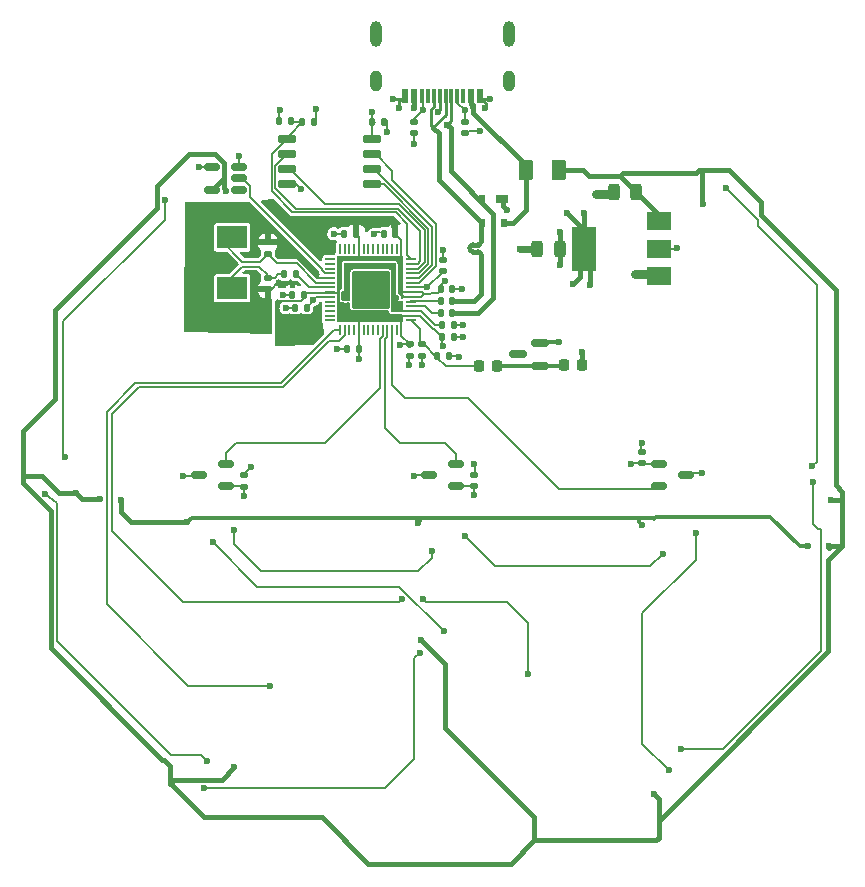
<source format=gbr>
%TF.GenerationSoftware,KiCad,Pcbnew,(7.0.0-0)*%
%TF.CreationDate,2023-03-14T21:41:36-05:00*%
%TF.ProjectId,RP2040_minimal,52503230-3430-45f6-9d69-6e696d616c2e,REV1*%
%TF.SameCoordinates,Original*%
%TF.FileFunction,Copper,L1,Top*%
%TF.FilePolarity,Positive*%
%FSLAX46Y46*%
G04 Gerber Fmt 4.6, Leading zero omitted, Abs format (unit mm)*
G04 Created by KiCad (PCBNEW (7.0.0-0)) date 2023-03-14 21:41:36*
%MOMM*%
%LPD*%
G01*
G04 APERTURE LIST*
G04 Aperture macros list*
%AMRoundRect*
0 Rectangle with rounded corners*
0 $1 Rounding radius*
0 $2 $3 $4 $5 $6 $7 $8 $9 X,Y pos of 4 corners*
0 Add a 4 corners polygon primitive as box body*
4,1,4,$2,$3,$4,$5,$6,$7,$8,$9,$2,$3,0*
0 Add four circle primitives for the rounded corners*
1,1,$1+$1,$2,$3*
1,1,$1+$1,$4,$5*
1,1,$1+$1,$6,$7*
1,1,$1+$1,$8,$9*
0 Add four rect primitives between the rounded corners*
20,1,$1+$1,$2,$3,$4,$5,0*
20,1,$1+$1,$4,$5,$6,$7,0*
20,1,$1+$1,$6,$7,$8,$9,0*
20,1,$1+$1,$8,$9,$2,$3,0*%
G04 Aperture macros list end*
%TA.AperFunction,SMDPad,CuDef*%
%ADD10RoundRect,0.243750X0.243750X0.456250X-0.243750X0.456250X-0.243750X-0.456250X0.243750X-0.456250X0*%
%TD*%
%TA.AperFunction,SMDPad,CuDef*%
%ADD11RoundRect,0.147500X-0.147500X-0.172500X0.147500X-0.172500X0.147500X0.172500X-0.147500X0.172500X0*%
%TD*%
%TA.AperFunction,SMDPad,CuDef*%
%ADD12RoundRect,0.147500X0.147500X0.172500X-0.147500X0.172500X-0.147500X-0.172500X0.147500X-0.172500X0*%
%TD*%
%TA.AperFunction,SMDPad,CuDef*%
%ADD13R,2.000000X1.500000*%
%TD*%
%TA.AperFunction,SMDPad,CuDef*%
%ADD14R,2.000000X3.800000*%
%TD*%
%TA.AperFunction,SMDPad,CuDef*%
%ADD15RoundRect,0.150000X-0.650000X-0.150000X0.650000X-0.150000X0.650000X0.150000X-0.650000X0.150000X0*%
%TD*%
%TA.AperFunction,SMDPad,CuDef*%
%ADD16RoundRect,0.147500X-0.172500X0.147500X-0.172500X-0.147500X0.172500X-0.147500X0.172500X0.147500X0*%
%TD*%
%TA.AperFunction,SMDPad,CuDef*%
%ADD17RoundRect,0.050000X-0.050000X0.387500X-0.050000X-0.387500X0.050000X-0.387500X0.050000X0.387500X0*%
%TD*%
%TA.AperFunction,SMDPad,CuDef*%
%ADD18RoundRect,0.050000X-0.387500X0.050000X-0.387500X-0.050000X0.387500X-0.050000X0.387500X0.050000X0*%
%TD*%
%TA.AperFunction,ComponentPad*%
%ADD19C,0.600000*%
%TD*%
%TA.AperFunction,SMDPad,CuDef*%
%ADD20RoundRect,0.144000X-1.456000X1.456000X-1.456000X-1.456000X1.456000X-1.456000X1.456000X1.456000X0*%
%TD*%
%TA.AperFunction,SMDPad,CuDef*%
%ADD21RoundRect,0.147500X0.172500X-0.147500X0.172500X0.147500X-0.172500X0.147500X-0.172500X-0.147500X0*%
%TD*%
%TA.AperFunction,SMDPad,CuDef*%
%ADD22R,2.600000X1.900000*%
%TD*%
%TA.AperFunction,SMDPad,CuDef*%
%ADD23RoundRect,0.140000X0.140000X0.170000X-0.140000X0.170000X-0.140000X-0.170000X0.140000X-0.170000X0*%
%TD*%
%TA.AperFunction,SMDPad,CuDef*%
%ADD24RoundRect,0.150000X0.512500X0.150000X-0.512500X0.150000X-0.512500X-0.150000X0.512500X-0.150000X0*%
%TD*%
%TA.AperFunction,SMDPad,CuDef*%
%ADD25RoundRect,0.225000X0.225000X0.250000X-0.225000X0.250000X-0.225000X-0.250000X0.225000X-0.250000X0*%
%TD*%
%TA.AperFunction,SMDPad,CuDef*%
%ADD26RoundRect,0.150000X-0.512500X-0.150000X0.512500X-0.150000X0.512500X0.150000X-0.512500X0.150000X0*%
%TD*%
%TA.AperFunction,SMDPad,CuDef*%
%ADD27R,1.000000X0.700000*%
%TD*%
%TA.AperFunction,SMDPad,CuDef*%
%ADD28R,0.600000X0.700000*%
%TD*%
%TA.AperFunction,SMDPad,CuDef*%
%ADD29RoundRect,0.150000X0.587500X0.150000X-0.587500X0.150000X-0.587500X-0.150000X0.587500X-0.150000X0*%
%TD*%
%TA.AperFunction,SMDPad,CuDef*%
%ADD30RoundRect,0.140000X-0.170000X0.140000X-0.170000X-0.140000X0.170000X-0.140000X0.170000X0.140000X0*%
%TD*%
%TA.AperFunction,SMDPad,CuDef*%
%ADD31RoundRect,0.140000X-0.140000X-0.170000X0.140000X-0.170000X0.140000X0.170000X-0.140000X0.170000X0*%
%TD*%
%TA.AperFunction,SMDPad,CuDef*%
%ADD32R,0.600000X1.150000*%
%TD*%
%TA.AperFunction,SMDPad,CuDef*%
%ADD33R,0.300000X1.150000*%
%TD*%
%TA.AperFunction,ComponentPad*%
%ADD34O,1.000000X1.800000*%
%TD*%
%TA.AperFunction,ComponentPad*%
%ADD35O,1.000000X2.200000*%
%TD*%
%TA.AperFunction,SMDPad,CuDef*%
%ADD36RoundRect,0.250000X-0.375000X-0.625000X0.375000X-0.625000X0.375000X0.625000X-0.375000X0.625000X0*%
%TD*%
%TA.AperFunction,ViaPad*%
%ADD37C,0.600000*%
%TD*%
%TA.AperFunction,Conductor*%
%ADD38C,0.200000*%
%TD*%
%TA.AperFunction,Conductor*%
%ADD39C,0.150000*%
%TD*%
%TA.AperFunction,Conductor*%
%ADD40C,0.400000*%
%TD*%
%TA.AperFunction,Conductor*%
%ADD41C,0.600000*%
%TD*%
%TA.AperFunction,Conductor*%
%ADD42C,0.250000*%
%TD*%
%TA.AperFunction,Conductor*%
%ADD43C,0.800000*%
%TD*%
%TA.AperFunction,Conductor*%
%ADD44C,0.300000*%
%TD*%
G04 APERTURE END LIST*
D10*
%TO.P,C2,1*%
%TO.N,+3V3*%
X9907500Y19150000D03*
%TO.P,C2,2*%
%TO.N,GND*%
X8032500Y19150000D03*
%TD*%
D11*
%TO.P,C12,1*%
%TO.N,+3V3*%
X-45000Y11682500D03*
%TO.P,C12,2*%
%TO.N,GND*%
X925000Y11682500D03*
%TD*%
%TO.P,C11,1*%
%TO.N,+1V1*%
X-45000Y12682500D03*
%TO.P,C11,2*%
%TO.N,GND*%
X925000Y12682500D03*
%TD*%
D12*
%TO.P,C8,1*%
%TO.N,+3V3*%
X-7115000Y10635000D03*
%TO.P,C8,2*%
%TO.N,GND*%
X-8085000Y10635000D03*
%TD*%
D13*
%TO.P,U1,1,GND*%
%TO.N,GND*%
X18279999Y16879999D03*
%TO.P,U1,2,VO*%
%TO.N,+3V3*%
X18279999Y19179999D03*
D14*
X11979999Y19179999D03*
D13*
%TO.P,U1,3,VI*%
%TO.N,+5V*%
X18279999Y21479999D03*
%TD*%
D15*
%TO.P,U4,1,~{CS}*%
%TO.N,/QSPI_SS*%
X-13155000Y28412500D03*
%TO.P,U4,2,DO(IO1)*%
%TO.N,/QSPI_SD1*%
X-13155000Y27142500D03*
%TO.P,U4,3,IO2*%
%TO.N,/QSPI_SD2*%
X-13155000Y25872500D03*
%TO.P,U4,4,GND*%
%TO.N,GND*%
X-13155000Y24602500D03*
%TO.P,U4,5,DI(IO0)*%
%TO.N,/QSPI_SD0*%
X-5955000Y24602500D03*
%TO.P,U4,6,CLK*%
%TO.N,/QSPI_SCLK*%
X-5955000Y25872500D03*
%TO.P,U4,7,IO3*%
%TO.N,/QSPI_SD3*%
X-5955000Y27142500D03*
%TO.P,U4,8,VCC*%
%TO.N,+3V3*%
X-5955000Y28412500D03*
%TD*%
D16*
%TO.P,C17,1*%
%TO.N,Net-(C17-Pad1)*%
X-14792519Y16724000D03*
%TO.P,C17,2*%
%TO.N,GND*%
X-14792519Y15754000D03*
%TD*%
D11*
%TO.P,C5,1*%
%TO.N,+3V3*%
X-160000Y15715000D03*
%TO.P,C5,2*%
%TO.N,GND*%
X810000Y15715000D03*
%TD*%
D12*
%TO.P,C7,1*%
%TO.N,+3V3*%
X-3992500Y20402500D03*
%TO.P,C7,2*%
%TO.N,GND*%
X-4962500Y20402500D03*
%TD*%
%TO.P,C10,1*%
%TO.N,+3V3*%
X-11740000Y15279000D03*
%TO.P,C10,2*%
%TO.N,GND*%
X-12710000Y15279000D03*
%TD*%
%TO.P,R5,1*%
%TO.N,/USB_D+*%
X810876Y14697500D03*
%TO.P,R5,2*%
%TO.N,Net-(U5-USB_DP)*%
X-159124Y14697500D03*
%TD*%
%TO.P,C4,1*%
%TO.N,+1V1*%
X-11500000Y14172500D03*
%TO.P,C4,2*%
%TO.N,GND*%
X-12470000Y14172500D03*
%TD*%
D10*
%TO.P,C1,1*%
%TO.N,+5V*%
X16387500Y23940000D03*
%TO.P,C1,2*%
%TO.N,GND*%
X14512500Y23940000D03*
%TD*%
D12*
%TO.P,C6,1*%
%TO.N,+3V3*%
X-7342500Y20432500D03*
%TO.P,C6,2*%
%TO.N,GND*%
X-8312500Y20432500D03*
%TD*%
D17*
%TO.P,U5,1,IOVDD*%
%TO.N,+3V3*%
X-3485000Y19122500D03*
%TO.P,U5,2,GPIO0*%
%TO.N,/GPIO0*%
X-3885000Y19122500D03*
%TO.P,U5,3,GPIO1*%
%TO.N,/GPIO1*%
X-4285000Y19122500D03*
%TO.P,U5,4,GPIO2*%
%TO.N,/GPIO2*%
X-4685000Y19122500D03*
%TO.P,U5,5,GPIO3*%
%TO.N,/GPIO3*%
X-5085000Y19122500D03*
%TO.P,U5,6,GPIO4*%
%TO.N,/GPIO4*%
X-5485000Y19122500D03*
%TO.P,U5,7,GPIO5*%
%TO.N,/GPIO5*%
X-5885000Y19122500D03*
%TO.P,U5,8,GPIO6*%
%TO.N,/GPIO6*%
X-6285000Y19122500D03*
%TO.P,U5,9,GPIO7*%
%TO.N,/GPIO7*%
X-6685000Y19122500D03*
%TO.P,U5,10,IOVDD*%
%TO.N,+3V3*%
X-7085000Y19122500D03*
%TO.P,U5,11,GPIO8*%
%TO.N,/GPIO8*%
X-7485000Y19122500D03*
%TO.P,U5,12,GPIO9*%
%TO.N,/GPIO9*%
X-7885000Y19122500D03*
%TO.P,U5,13,GPIO10*%
%TO.N,/GPIO10*%
X-8285000Y19122500D03*
%TO.P,U5,14,GPIO11*%
%TO.N,/GPIO11*%
X-8685000Y19122500D03*
D18*
%TO.P,U5,15,GPIO12*%
%TO.N,/GPIO12*%
X-9522500Y18285000D03*
%TO.P,U5,16,GPIO13*%
%TO.N,/GPIO13*%
X-9522500Y17885000D03*
%TO.P,U5,17,GPIO14*%
%TO.N,/GPIO14*%
X-9522500Y17485000D03*
%TO.P,U5,18,GPIO15*%
%TO.N,LED_D_3V*%
X-9522500Y17085000D03*
%TO.P,U5,19,TESTEN*%
%TO.N,GND*%
X-9522500Y16685000D03*
%TO.P,U5,20,XIN*%
%TO.N,/XIN*%
X-9522500Y16285000D03*
%TO.P,U5,21,XOUT*%
%TO.N,/XOUT*%
X-9522500Y15885000D03*
%TO.P,U5,22,IOVDD*%
%TO.N,+3V3*%
X-9522500Y15485000D03*
%TO.P,U5,23,DVDD*%
%TO.N,+1V1*%
X-9522500Y15085000D03*
%TO.P,U5,24,SWCLK*%
%TO.N,SWCLK*%
X-9522500Y14685000D03*
%TO.P,U5,25,SWD*%
%TO.N,SWD*%
X-9522500Y14285000D03*
%TO.P,U5,26,RUN*%
%TO.N,RUN*%
X-9522500Y13885000D03*
%TO.P,U5,27,GPIO16*%
%TO.N,/GPIO16*%
X-9522500Y13485000D03*
%TO.P,U5,28,GPIO17*%
%TO.N,/GPIO17*%
X-9522500Y13085000D03*
D17*
%TO.P,U5,29,GPIO18*%
%TO.N,GPIO18*%
X-8685000Y12247500D03*
%TO.P,U5,30,GPIO19*%
%TO.N,GPIO19*%
X-8285000Y12247500D03*
%TO.P,U5,31,GPIO20*%
%TO.N,/GPIO20*%
X-7885000Y12247500D03*
%TO.P,U5,32,GPIO21*%
%TO.N,/GPIO21*%
X-7485000Y12247500D03*
%TO.P,U5,33,IOVDD*%
%TO.N,+3V3*%
X-7085000Y12247500D03*
%TO.P,U5,34,GPIO22*%
%TO.N,/GPIO22*%
X-6685000Y12247500D03*
%TO.P,U5,35,GPIO23*%
%TO.N,/GPIO23*%
X-6285000Y12247500D03*
%TO.P,U5,36,GPIO24*%
%TO.N,/GPIO24*%
X-5885000Y12247500D03*
%TO.P,U5,37,GPIO25*%
%TO.N,/GPIO25*%
X-5485000Y12247500D03*
%TO.P,U5,38,GPIO26_ADC0*%
%TO.N,RP_ADC0*%
X-5085000Y12247500D03*
%TO.P,U5,39,GPIO27_ADC1*%
%TO.N,RP_ADC1*%
X-4685000Y12247500D03*
%TO.P,U5,40,GPIO28_ADC2*%
%TO.N,RP_ADC2*%
X-4285000Y12247500D03*
%TO.P,U5,41,GPIO29_ADC3*%
%TO.N,/GPIO29_ADC3*%
X-3885000Y12247500D03*
%TO.P,U5,42,IOVDD*%
%TO.N,+3V3*%
X-3485000Y12247500D03*
D18*
%TO.P,U5,43,ADC_AVDD*%
%TO.N,ADC_AVDD*%
X-2647500Y13085000D03*
%TO.P,U5,44,VREG_IN*%
%TO.N,+3V3*%
X-2647500Y13485000D03*
%TO.P,U5,45,VREG_VOUT*%
%TO.N,+1V1*%
X-2647500Y13885000D03*
%TO.P,U5,46,USB_DM*%
%TO.N,Net-(U5-USB_DM)*%
X-2647500Y14285000D03*
%TO.P,U5,47,USB_DP*%
%TO.N,Net-(U5-USB_DP)*%
X-2647500Y14685000D03*
%TO.P,U5,48,USB_VDD*%
%TO.N,+3V3*%
X-2647500Y15085000D03*
%TO.P,U5,49,IOVDD*%
X-2647500Y15485000D03*
%TO.P,U5,50,DVDD*%
%TO.N,+1V1*%
X-2647500Y15885000D03*
%TO.P,U5,51,QSPI_SD3*%
%TO.N,/QSPI_SD3*%
X-2647500Y16285000D03*
%TO.P,U5,52,QSPI_SCLK*%
%TO.N,/QSPI_SCLK*%
X-2647500Y16685000D03*
%TO.P,U5,53,QSPI_SD0*%
%TO.N,/QSPI_SD0*%
X-2647500Y17085000D03*
%TO.P,U5,54,QSPI_SD2*%
%TO.N,/QSPI_SD2*%
X-2647500Y17485000D03*
%TO.P,U5,55,QSPI_SD1*%
%TO.N,/QSPI_SD1*%
X-2647500Y17885000D03*
%TO.P,U5,56,QSPI_SS*%
%TO.N,/QSPI_SS*%
X-2647500Y18285000D03*
D19*
%TO.P,U5,57,GND*%
%TO.N,GND*%
X-4810000Y16960000D03*
X-6085000Y16960000D03*
X-7360000Y16960000D03*
X-4810000Y15685000D03*
X-6085000Y15685000D03*
D20*
X-6085000Y15685000D03*
D19*
X-7360000Y15685000D03*
X-4810000Y14410000D03*
X-6085000Y14410000D03*
X-7360000Y14410000D03*
%TD*%
D21*
%TO.P,C16,1*%
%TO.N,/XIN*%
X-14792519Y18724000D03*
%TO.P,C16,2*%
%TO.N,GND*%
X-14792519Y19694000D03*
%TD*%
D12*
%TO.P,R6,1*%
%TO.N,/USB_D-*%
X810876Y13697500D03*
%TO.P,R6,2*%
%TO.N,Net-(U5-USB_DM)*%
X-159124Y13697500D03*
%TD*%
D21*
%TO.P,C3,1*%
%TO.N,+1V1*%
X10000Y17255000D03*
%TO.P,C3,2*%
%TO.N,GND*%
X10000Y18225000D03*
%TD*%
D11*
%TO.P,C15,1*%
%TO.N,+3V3*%
X-5940000Y29907500D03*
%TO.P,C15,2*%
%TO.N,GND*%
X-4970000Y29907500D03*
%TD*%
D12*
%TO.P,R8,1*%
%TO.N,/XOUT*%
X-12422519Y17024000D03*
%TO.P,R8,2*%
%TO.N,Net-(C17-Pad1)*%
X-13392519Y17024000D03*
%TD*%
D22*
%TO.P,Y1,1,1*%
%TO.N,/XIN*%
X-17816837Y20112499D03*
%TO.P,Y1,2,2*%
%TO.N,Net-(C17-Pad1)*%
X-17816837Y15812499D03*
%TD*%
D23*
%TO.P,R9,1*%
%TO.N,Net-(R9-Pad1)*%
X-10910000Y29930000D03*
%TO.P,R9,2*%
%TO.N,/QSPI_SS*%
X-11870000Y29930000D03*
%TD*%
D24*
%TO.P,Q1,1,NC*%
%TO.N,unconnected-(Q1-NC-Pad1)*%
X-17220000Y24160000D03*
%TO.P,Q1,2,A*%
%TO.N,LED_D_3V*%
X-17220000Y25110000D03*
%TO.P,Q1,3,GND*%
%TO.N,GND*%
X-17220000Y26060000D03*
%TO.P,Q1,4,Y*%
%TO.N,LED_D_5V*%
X-19495000Y26060000D03*
%TO.P,Q1,5,VCC*%
%TO.N,+5V*%
X-19495000Y24160000D03*
%TD*%
D25*
%TO.P,R4,1*%
%TO.N,+3V*%
X4610000Y9220000D03*
%TO.P,R4,2*%
%TO.N,ADC_AVDD*%
X3060000Y9220000D03*
%TD*%
D26*
%TO.P,S3,1,VCC*%
%TO.N,+3V3*%
X18362500Y950000D03*
%TO.P,S3,2,VOUT*%
%TO.N,RP_ADC2*%
X18362500Y-950000D03*
%TO.P,S3,3,GND*%
%TO.N,GND*%
X20637500Y0D03*
%TD*%
D25*
%TO.P,R1,1*%
%TO.N,+3V3*%
X11820000Y9320000D03*
%TO.P,R1,2*%
%TO.N,+3V*%
X10270000Y9320000D03*
%TD*%
D27*
%TO.P,U3,1,GND*%
%TO.N,GND*%
X5039999Y23334999D03*
D28*
%TO.P,U3,2,I/O1*%
%TO.N,/USB_D-*%
X3339999Y23334999D03*
%TO.P,U3,3,I/O2*%
%TO.N,/USB_D+*%
X3339999Y21334999D03*
%TO.P,U3,4,VCC*%
%TO.N,VBUS*%
X5239999Y21334999D03*
%TD*%
D24*
%TO.P,S2,1,VCC*%
%TO.N,+3V3*%
X1137500Y-950000D03*
%TO.P,S2,2,VOUT*%
%TO.N,RP_ADC1*%
X1137500Y950000D03*
%TO.P,S2,3,GND*%
%TO.N,GND*%
X-1137500Y0D03*
%TD*%
D29*
%TO.P,U2,1,K*%
%TO.N,+3V*%
X8250000Y9260000D03*
%TO.P,U2,2,A*%
%TO.N,GND*%
X8250000Y11160000D03*
%TO.P,U2,3*%
%TO.N,N/C*%
X6375000Y10210000D03*
%TD*%
D30*
%TO.P,R2,1*%
%TO.N,Net-(P1-CC1)*%
X1854000Y29896000D03*
%TO.P,R2,2*%
%TO.N,GND*%
X1854000Y28936000D03*
%TD*%
D11*
%TO.P,C14,1*%
%TO.N,ADC_AVDD*%
X-445000Y10050000D03*
%TO.P,C14,2*%
%TO.N,GND*%
X525000Y10050000D03*
%TD*%
D24*
%TO.P,S1,1,VCC*%
%TO.N,+3V3*%
X-18362500Y-950000D03*
%TO.P,S1,2,VOUT*%
%TO.N,RP_ADC0*%
X-18362500Y950000D03*
%TO.P,S1,3,GND*%
%TO.N,GND*%
X-20637500Y0D03*
%TD*%
D30*
%TO.P,C18,1*%
%TO.N,GND*%
X-16810000Y-20000D03*
%TO.P,C18,2*%
%TO.N,+3V3*%
X-16810000Y-980000D03*
%TD*%
D16*
%TO.P,C9,1*%
%TO.N,+3V3*%
X-2775000Y11057500D03*
%TO.P,C9,2*%
%TO.N,GND*%
X-2775000Y10087500D03*
%TD*%
%TO.P,C13,1*%
%TO.N,ADC_AVDD*%
X-1745000Y11057500D03*
%TO.P,C13,2*%
%TO.N,GND*%
X-1745000Y10087500D03*
%TD*%
D30*
%TO.P,C20,1*%
%TO.N,GND*%
X16840000Y1956000D03*
%TO.P,C20,2*%
%TO.N,+3V3*%
X16840000Y996000D03*
%TD*%
%TO.P,R3,1*%
%TO.N,Net-(P1-CC2)*%
X-2430000Y29880000D03*
%TO.P,R3,2*%
%TO.N,GND*%
X-2430000Y28920000D03*
%TD*%
%TO.P,C19,1*%
%TO.N,GND*%
X2700000Y40000D03*
%TO.P,C19,2*%
%TO.N,+3V3*%
X2700000Y-920000D03*
%TD*%
D31*
%TO.P,R7,1*%
%TO.N,+3V3*%
X-13810000Y29940000D03*
%TO.P,R7,2*%
%TO.N,/QSPI_SS*%
X-12850000Y29940000D03*
%TD*%
D32*
%TO.P,P1,A1*%
%TO.N,GND*%
X3199999Y32124999D03*
%TO.P,P1,A4*%
%TO.N,VBUS*%
X2399999Y32124999D03*
D33*
%TO.P,P1,A5*%
%TO.N,Net-(P1-CC1)*%
X1249999Y32124999D03*
%TO.P,P1,A6*%
%TO.N,/USB_D+*%
X249999Y32124999D03*
%TO.P,P1,A7*%
%TO.N,/USB_D-*%
X-249999Y32124999D03*
%TO.P,P1,A8*%
%TO.N,N/C*%
X-1249999Y32124999D03*
D32*
%TO.P,P1,A9*%
%TO.N,VBUS*%
X-2399999Y32124999D03*
%TO.P,P1,A12*%
%TO.N,GND*%
X-3199999Y32124999D03*
%TO.P,P1,B1*%
X-3199999Y32124999D03*
%TO.P,P1,B4*%
%TO.N,VBUS*%
X-2399999Y32124999D03*
D33*
%TO.P,P1,B5*%
%TO.N,Net-(P1-CC2)*%
X-1749999Y32124999D03*
%TO.P,P1,B6*%
%TO.N,/USB_D+*%
X-749999Y32124999D03*
%TO.P,P1,B7*%
%TO.N,/USB_D-*%
X749999Y32124999D03*
%TO.P,P1,B8*%
%TO.N,N/C*%
X1749999Y32124999D03*
D32*
%TO.P,P1,B9*%
%TO.N,VBUS*%
X2399999Y32124999D03*
%TO.P,P1,B12*%
%TO.N,GND*%
X3199999Y32124999D03*
D34*
%TO.P,P1,S1*%
%TO.N,N/C*%
X5619999Y33349999D03*
D35*
X5619999Y37349999D03*
D34*
X-5619999Y33349999D03*
D35*
X-5619999Y37349999D03*
%TD*%
D36*
%TO.P,F1,1*%
%TO.N,VBUS*%
X7030000Y25840000D03*
%TO.P,F1,2*%
%TO.N,+5V*%
X9830000Y25840000D03*
%TD*%
D37*
%TO.N,+3V3*%
X19810000Y19220000D03*
X-13760000Y30880000D03*
%TO.N,+5V*%
X-27220000Y-2130000D03*
X-29010000Y-2060000D03*
%TO.N,+3V3*%
X-3930000Y13280000D03*
X-7090000Y13400000D03*
X11795000Y10430000D03*
X170000Y16440000D03*
X15990000Y940000D03*
X-16810000Y-1810000D03*
X2690000Y-1690000D03*
X-13700000Y13270000D03*
X-7120000Y9830000D03*
X-3620000Y10970000D03*
X0Y10940000D03*
X-7300000Y21220000D03*
X-4110000Y21140000D03*
X9907500Y20562500D03*
X9907500Y17760000D03*
X11980000Y22180000D03*
X10500000Y22200000D03*
X12440000Y16080000D03*
X11010000Y16140000D03*
X-5940000Y30700000D03*
%TO.N,GND*%
X-13885000Y16247500D03*
X-18692519Y17834000D03*
X-15806838Y16932500D03*
X-20655000Y22097500D03*
X-16962519Y21946500D03*
X-17292519Y13134000D03*
X-5817500Y20372500D03*
X9846000Y11270000D03*
X-8927500Y10647500D03*
X-12622019Y18645000D03*
X-1753648Y9316824D03*
X3616250Y31053750D03*
X-9207500Y20422500D03*
X-16190000Y670000D03*
X13025000Y23780000D03*
X4050000Y31860000D03*
X-4191881Y31851995D03*
X-17210000Y27030000D03*
X1755000Y11682500D03*
X-3680000Y31100000D03*
X-4720000Y29030000D03*
X-2460000Y-60000D03*
X-14781019Y14962000D03*
X-13521990Y15279006D03*
X5433234Y22446766D03*
X-2450000Y28030000D03*
X-20695000Y13134000D03*
X16840000Y2718000D03*
X1742500Y12672500D03*
X2660000Y930000D03*
X6594375Y19100000D03*
X21920000Y178000D03*
X-2830000Y9306824D03*
X-21950000Y-60000D03*
X-14792519Y20550000D03*
X16250000Y16980000D03*
X1615000Y15735000D03*
X-11995331Y24217169D03*
X3134000Y29124000D03*
X70000Y19080000D03*
X-13260000Y14158000D03*
X1355000Y10027500D03*
X-15886838Y18912500D03*
%TO.N,VBUS*%
X2606789Y31209297D03*
X-2433180Y31076713D03*
%TO.N,+1V1*%
X-1284994Y15885000D03*
X-3985000Y14995000D03*
X-10940000Y14860000D03*
X-8195000Y15047500D03*
%TO.N,Net-(D6-DOUT)*%
X23952000Y24308000D03*
X31284502Y749500D03*
%TO.N,/USB_D-*%
X-375500Y30741234D03*
X405000Y29645000D03*
%TO.N,LED_D_5V*%
X-20640000Y26060000D03*
%TO.N,+5V*%
X32690000Y-6010000D03*
X30950000Y-6050000D03*
X16903000Y-4257000D03*
X-17630000Y-24730000D03*
X-31040000Y-1510000D03*
X-21600000Y-3980000D03*
X-2120000Y-4090000D03*
X22061483Y22911483D03*
X32870000Y-2108000D03*
X17856000Y-27040000D03*
X-18370000Y24090000D03*
X-1850000Y-13930000D03*
%TO.N,Net-(D1-DOUT)*%
X-23546000Y23292000D03*
X-32000000Y1520000D03*
%TO.N,Net-(D2-DOUT)*%
X-33706000Y-1600000D03*
X-19990000Y-24206000D03*
%TO.N,Net-(D3-DOUT)*%
X-20244000Y-26492000D03*
X-1956000Y-15062000D03*
%TO.N,Net-(D4-DOUT)*%
X76000Y-13166000D03*
X-19482000Y-5664000D03*
%TO.N,Net-(D5-DOUT)*%
X31318000Y-584000D03*
X20142000Y-23190000D03*
%TO.N,Net-(P1-CC1)*%
X1854000Y30912000D03*
%TO.N,Net-(P1-CC2)*%
X-1702000Y30912000D03*
%TO.N,GPIO18*%
X-14656000Y-17856000D03*
%TO.N,GPIO19*%
X-1702000Y-10490000D03*
X7188000Y-16840000D03*
X-3480000Y-10490000D03*
%TO.N,Net-(D8-DOUT)*%
X-17704000Y-4648000D03*
X-940000Y-6426000D03*
%TO.N,Net-(D10-DIN)*%
X1854000Y-5156000D03*
X18618000Y-6680000D03*
%TO.N,Net-(D10-DOUT)*%
X21412000Y-4902000D03*
X19126000Y-24968000D03*
%TO.N,Net-(R9-Pad1)*%
X-10730000Y31010000D03*
%TD*%
D38*
%TO.N,+3V3*%
X18280000Y19180000D02*
X19770000Y19180000D01*
D39*
X19770000Y19180000D02*
X19810000Y19220000D01*
D38*
X-13810000Y29940000D02*
X-13810000Y30830000D01*
D39*
X-13810000Y30830000D02*
X-13760000Y30880000D01*
D40*
%TO.N,+5V*%
X-27220000Y-2130000D02*
X-27220000Y-3110000D01*
X-26350000Y-3980000D02*
X-21600000Y-3980000D01*
X-27220000Y-3110000D02*
X-26350000Y-3980000D01*
X-29000000Y-2050000D02*
X-28980000Y-2050000D01*
X-29010000Y-2060000D02*
X-29000000Y-2050000D01*
X-29020000Y-2050000D02*
X-29010000Y-2060000D01*
X-30500000Y-2050000D02*
X-29020000Y-2050000D01*
X-31040000Y-1510000D02*
X-30500000Y-2050000D01*
%TO.N,+3V3*%
X9907500Y20562500D02*
X9907500Y19150000D01*
X9907500Y17760000D02*
X9907500Y19150000D01*
D38*
X-7090000Y13400000D02*
X-7070000Y13247500D01*
%TO.N,ADC_AVDD*%
X3060000Y9220000D02*
X247500Y9220000D01*
X247500Y9220000D02*
X-540000Y10007500D01*
D40*
%TO.N,+3V3*%
X11795000Y10430000D02*
X11795000Y9380482D01*
D38*
X-160000Y15715000D02*
X-160000Y16110000D01*
X-160000Y16110000D02*
X170000Y16440000D01*
%TO.N,+1V1*%
X-140000Y17245000D02*
X0Y17245000D01*
X0Y17245000D02*
X0Y17169994D01*
X0Y17169994D02*
X-1284994Y15885000D01*
%TO.N,+3V3*%
X16840000Y996000D02*
X16046000Y996000D01*
X16046000Y996000D02*
X15990000Y940000D01*
X16800000Y930000D02*
X16800000Y956000D01*
X16800000Y956000D02*
X16840000Y996000D01*
X-16800000Y-1040000D02*
X-16810000Y-1810000D01*
D39*
X2690000Y-1690000D02*
X2700000Y-1620000D01*
D38*
X2700000Y-920000D02*
X2690000Y-1690000D01*
%TO.N,GND*%
X-12710000Y14160000D02*
X-13258000Y14160000D01*
X-13258000Y14160000D02*
X-13260000Y14158000D01*
%TO.N,+3V3*%
X-13700000Y13230000D02*
X-13750000Y13280000D01*
X-13700000Y13270000D02*
X-13700000Y13230000D01*
X-13740000Y13270000D02*
X-13700000Y13270000D01*
X-14072004Y13602004D02*
X-13740000Y13270000D01*
X-14072004Y14538496D02*
X-14072004Y13602004D01*
X-14047004Y14563496D02*
X-14072004Y14538496D01*
X-7115000Y10635000D02*
X-7115000Y9835000D01*
X-7115000Y9835000D02*
X-7120000Y9830000D01*
X-2775000Y11057500D02*
X-3532500Y11057500D01*
D39*
X-3532500Y11057500D02*
X-3620000Y10970000D01*
D38*
X-45000Y11682500D02*
X-45000Y10985000D01*
X-45000Y10985000D02*
X0Y10940000D01*
X-7300000Y21220000D02*
X-7290000Y21210000D01*
X-7290000Y21210000D02*
X-7290000Y20243750D01*
X-3992500Y20402500D02*
X-3992500Y20922500D01*
X-3992500Y20922500D02*
X-4167500Y21097500D01*
D40*
X9830000Y19150000D02*
X10000000Y19320000D01*
X12440000Y16080000D02*
X12440000Y18739518D01*
X11010000Y16140000D02*
X11660000Y16790000D01*
X11660000Y16790000D02*
X11660000Y18909518D01*
X11980000Y19180000D02*
X11980000Y20720000D01*
X11980000Y20720000D02*
X10500000Y22200000D01*
X12000000Y19410483D02*
X12000000Y22189518D01*
D39*
%TO.N,GND*%
X-4720000Y29030000D02*
X-4720000Y29997500D01*
X-4720000Y29997500D02*
X-4752500Y30030000D01*
D38*
%TO.N,+3V3*%
X-5940000Y29907500D02*
X-5940000Y30700000D01*
D41*
%TO.N,GND*%
X6594375Y19100000D02*
X7925625Y19100000D01*
D38*
X50000Y18305000D02*
X50000Y19060000D01*
D42*
X3670000Y31107500D02*
X3670000Y31475000D01*
D39*
X-8927500Y10647500D02*
X-8097500Y10647500D01*
X3124000Y29134000D02*
X3134000Y29124000D01*
D38*
X2244000Y29134000D02*
X3124000Y29134000D01*
X1732500Y12682500D02*
X925000Y12682500D01*
X-16190000Y670000D02*
X-16810000Y50000D01*
X-21950000Y-60000D02*
X-21900000Y-70000D01*
D39*
X-12380662Y24602500D02*
X-13155000Y24602500D01*
D38*
X1615000Y15735000D02*
X807500Y15735000D01*
X70000Y18285000D02*
X50000Y18305000D01*
X-17210000Y27030000D02*
X-17210000Y26145000D01*
X-11995331Y24217169D02*
X-12380662Y24602500D01*
D42*
X4030000Y31880000D02*
X4050000Y31860000D01*
D39*
X-13885000Y16247500D02*
X-13979019Y16247500D01*
D42*
X-3680000Y31100000D02*
X-3680000Y31645000D01*
X-3680000Y31645000D02*
X-3200000Y32125000D01*
D39*
X1280000Y10030000D02*
X1260000Y10050000D01*
D38*
X-21020000Y-70000D02*
X-21880000Y-70000D01*
D42*
X-3465000Y31860000D02*
X-4192500Y31860000D01*
D43*
X17380000Y16980000D02*
X17460000Y17060000D01*
D38*
X-12710000Y15279000D02*
X-13521984Y15279000D01*
D39*
X-16810000Y50000D02*
X-16810000Y-20000D01*
D38*
X925000Y11682500D02*
X1755000Y11682500D01*
D39*
X-8097500Y10647500D02*
X-8085000Y10635000D01*
X-2430000Y28920000D02*
X-2430000Y28050000D01*
D38*
X21920000Y178000D02*
X20815500Y178000D01*
X2710000Y20000D02*
X2710000Y840000D01*
D39*
X-14792519Y14973500D02*
X-14781019Y14962000D01*
D38*
X-1770000Y9333176D02*
X-1753648Y9316824D01*
D39*
X-5817500Y20372500D02*
X-5617500Y20572500D01*
D42*
X-3200000Y32125000D02*
X-3465000Y31860000D01*
D38*
X-13521984Y15279000D02*
X-13521990Y15279006D01*
D39*
X-14792519Y15754000D02*
X-14792519Y14973500D01*
D38*
X-20970000Y-20000D02*
X-21020000Y-70000D01*
X20815500Y178000D02*
X20637500Y0D01*
D39*
X-13979019Y16247500D02*
X-14472519Y15754000D01*
X16840000Y2718000D02*
X16770000Y2648000D01*
D40*
X5090000Y22790000D02*
X5090000Y23370000D01*
D43*
X14155000Y23780000D02*
X14235000Y23860000D01*
X13025000Y23780000D02*
X14155000Y23780000D01*
D38*
X-14792519Y19694000D02*
X-14792519Y20550000D01*
D42*
X3670000Y31475000D02*
X3265000Y31880000D01*
D39*
X-9522500Y16685000D02*
X-10662019Y16685000D01*
D38*
X-2830000Y9306824D02*
X-2830000Y9976824D01*
D39*
X-14472519Y15754000D02*
X-14792519Y15754000D01*
D40*
X5433234Y22446766D02*
X5090000Y22790000D01*
D42*
X3616250Y31053750D02*
X3670000Y31107500D01*
D44*
X9846000Y11270000D02*
X8690000Y11270000D01*
D38*
X-21900000Y-70000D02*
X-21890000Y-70000D01*
D44*
X8690000Y11270000D02*
X8526000Y11106000D01*
D38*
X16770000Y2648000D02*
X16770000Y2006000D01*
D39*
X-5617500Y20572500D02*
X-5262500Y20572500D01*
D38*
X-1550000Y-10000D02*
X-2370000Y-10000D01*
D43*
X16250000Y16980000D02*
X17380000Y16980000D01*
D38*
X-1770000Y9966824D02*
X-1770000Y9333176D01*
X-21880000Y-70000D02*
X-21950000Y-60000D01*
X-9207500Y20422500D02*
X-8395000Y20422500D01*
X1742500Y12672500D02*
X1732500Y12682500D01*
D42*
X4070000Y31880000D02*
X4050000Y31860000D01*
D39*
X-10662019Y16685000D02*
X-12622019Y18645000D01*
D42*
X3265000Y31880000D02*
X4030000Y31880000D01*
D39*
X1260000Y10050000D02*
X537831Y10050000D01*
D40*
%TO.N,VBUS*%
X2606789Y31209297D02*
X2606789Y30667211D01*
X7030000Y22400000D02*
X5965000Y21335000D01*
X2400000Y31416086D02*
X2400000Y32125000D01*
X2606789Y31209297D02*
X2400000Y31416086D01*
X5965000Y21335000D02*
X5240000Y21335000D01*
X-2400000Y31109893D02*
X-2400000Y32125000D01*
X2606789Y30667211D02*
X7030000Y26244000D01*
X7030000Y26244000D02*
X7030000Y22400000D01*
X-2433180Y31076713D02*
X-2400000Y31109893D01*
D39*
%TO.N,/XIN*%
X-15443019Y18073500D02*
X-16947838Y18073500D01*
X-12325283Y17924000D02*
X-13992519Y17924000D01*
X-9522500Y16285000D02*
X-10686283Y16285000D01*
X-10686283Y16285000D02*
X-12325283Y17924000D01*
X-16947838Y18073500D02*
X-18907338Y20033000D01*
X-14792519Y18724000D02*
X-15443019Y18073500D01*
X-13992519Y17924000D02*
X-14792519Y18724000D01*
%TO.N,/XOUT*%
X-9522500Y15885000D02*
X-11283519Y15885000D01*
X-11283519Y15885000D02*
X-12422519Y17024000D01*
D38*
%TO.N,+3V3*%
X-1594999Y15332499D02*
X-1059677Y15332499D01*
X-937176Y15455000D02*
X-420000Y15455000D01*
X-2607500Y15482500D02*
X-3445000Y15482500D01*
X-3485000Y19895000D02*
X-3992500Y20402500D01*
X-7115000Y10635000D02*
X-7115000Y12217500D01*
X-1939974Y13482500D02*
X-3437500Y13482500D01*
D39*
X-16840000Y-950000D02*
X-16810000Y-980000D01*
D38*
X-45000Y11682500D02*
X-695000Y12332500D01*
X-11991500Y14707500D02*
X-13903000Y14707500D01*
D39*
X-16950000Y-1120000D02*
X-16810000Y-980000D01*
D38*
X-3437500Y13482500D02*
X-3485000Y13435000D01*
X-420000Y15455000D02*
X-160000Y15715000D01*
X-2607500Y15082500D02*
X-3245000Y15082500D01*
X-13903000Y14707500D02*
X-14047004Y14563496D01*
X-2775000Y11077500D02*
X-2775000Y10870000D01*
X-1745000Y15482500D02*
X-2607500Y15482500D01*
X-11740000Y14959000D02*
X-11991500Y14707500D01*
X-7342500Y20432500D02*
X-7085000Y20175000D01*
X-3485000Y18457500D02*
X-3495000Y18447500D01*
D39*
X-5955000Y29722500D02*
X-5745000Y29932500D01*
D38*
X-7115000Y12217500D02*
X-7085000Y12247500D01*
X-11569000Y15450000D02*
X-11740000Y15279000D01*
X-7200000Y20647500D02*
X-7342500Y20505000D01*
X-3485000Y12247500D02*
X-3485000Y11787500D01*
X-5955000Y28412500D02*
X-5955000Y29722500D01*
X-7085000Y20175000D02*
X-7085000Y19122500D01*
X-3485000Y19122500D02*
X-3485000Y19895000D01*
X-789975Y12332500D02*
X-1939974Y13482500D01*
X-7085000Y12247500D02*
X-7085000Y13232500D01*
X16840000Y996000D02*
X16886000Y950000D01*
X-18362500Y-950000D02*
X-16840000Y-950000D01*
X-2607500Y15082500D02*
X-1844998Y15082500D01*
X-1594999Y15332499D02*
X-1745000Y15482500D01*
X-7342500Y20432500D02*
X-7342500Y20467500D01*
X-695000Y12332500D02*
X-789975Y12332500D01*
X-7085000Y18382500D02*
X-7095000Y18372500D01*
X-1059677Y15332499D02*
X-937176Y15455000D01*
X-8910000Y15450000D02*
X-11569000Y15450000D01*
X-3485000Y13435000D02*
X-3485000Y12247500D01*
X-3485000Y11787500D02*
X-2775000Y11077500D01*
X-7342500Y20505000D02*
X-7342500Y20432500D01*
X-2775000Y10870000D02*
X-2807500Y10837500D01*
X-7085000Y13232500D02*
X-7090000Y13400000D01*
X-1844998Y15082500D02*
X-1594999Y15332499D01*
X-3245000Y15082500D02*
X-3445000Y15282500D01*
X-11740000Y15279000D02*
X-11740000Y14959000D01*
D39*
X2510000Y-1100000D02*
X2590000Y-1020000D01*
D38*
X-7085000Y19122500D02*
X-7085000Y18382500D01*
X16886000Y950000D02*
X18362500Y950000D01*
X1137500Y-950000D02*
X2630000Y-950000D01*
X-3485000Y19122500D02*
X-3485000Y18457500D01*
%TO.N,+1V1*%
X-2647500Y15885000D02*
X-1284994Y15885000D01*
D39*
X-3985000Y14995000D02*
X-3985000Y15185000D01*
D38*
X-1845000Y13882500D02*
X-645000Y12682500D01*
X-2607500Y13882500D02*
X-1845000Y13882500D01*
X-645000Y12682500D02*
X-45000Y12682500D01*
X-10940000Y14860000D02*
X-10750000Y15050000D01*
X-2607500Y13882500D02*
X-3445000Y13882500D01*
X-10940000Y14860000D02*
X-10940000Y14732500D01*
X-10940000Y14732500D02*
X-11500000Y14172500D01*
X-10750000Y15050000D02*
X-9547500Y15050000D01*
D39*
%TO.N,Net-(D6-DOUT)*%
X23952000Y24308000D02*
X26690000Y21570000D01*
X26690000Y21570000D02*
X26690000Y21050000D01*
X26690000Y21050000D02*
X31680000Y16060000D01*
X31680000Y1144998D02*
X31284502Y749500D01*
X31680000Y16060000D02*
X31680000Y1144998D01*
%TO.N,/QSPI_SS*%
X-3960037Y22247500D02*
X-12717500Y22247500D01*
X-11890000Y29870000D02*
X-12945000Y28815000D01*
X-2647500Y18285000D02*
X-2985000Y18622500D01*
X-2985000Y18622500D02*
X-2985000Y21272463D01*
X-13215330Y28412500D02*
X-13155000Y28412500D01*
X-12717500Y22247500D02*
X-14480000Y24010000D01*
X-14480000Y27147830D02*
X-13215330Y28412500D01*
X-12820000Y29870000D02*
X-12890000Y29940000D01*
X-11890000Y29870000D02*
X-12820000Y29870000D01*
X-2985000Y21272463D02*
X-3960037Y22247500D01*
X-14480000Y24010000D02*
X-14480000Y27147830D01*
X-12945000Y28815000D02*
X-12945000Y28462500D01*
%TO.N,/QSPI_SD3*%
X-597500Y17663972D02*
X-597500Y21290000D01*
X-2647500Y16285000D02*
X-1976472Y16285000D01*
X-1976472Y16285000D02*
X-597500Y17663972D01*
X-4245662Y24938162D02*
X-4245662Y25738162D01*
X-4245662Y25738162D02*
X-5650000Y27142500D01*
X-597500Y21290000D02*
X-4245662Y24938162D01*
X-5650000Y27142500D02*
X-5955000Y27142500D01*
%TO.N,/QSPI_SCLK*%
X-5817500Y25872500D02*
X-5955000Y25872500D01*
X-2000736Y16685000D02*
X-927500Y17758236D01*
X-927500Y20982500D02*
X-5817500Y25872500D01*
X-2647500Y16685000D02*
X-2000736Y16685000D01*
X-927500Y17758236D02*
X-927500Y20982500D01*
%TO.N,/QSPI_SD0*%
X-1227500Y17882500D02*
X-1227500Y20855622D01*
X-1227500Y20855622D02*
X-4974378Y24602500D01*
X-2025000Y17085000D02*
X-1227500Y17882500D01*
X-2647500Y17085000D02*
X-2025000Y17085000D01*
X-4974378Y24602500D02*
X-5955000Y24602500D01*
%TO.N,/QSPI_SD2*%
X-1527500Y18028236D02*
X-1527500Y20731358D01*
X-12908199Y25872500D02*
X-13155000Y25872500D01*
X-2070736Y17485000D02*
X-1527500Y18028236D01*
X-1527500Y20731358D02*
X-3703642Y22907500D01*
X-2647500Y17485000D02*
X-2070736Y17485000D01*
X-9943199Y22907500D02*
X-12908199Y25872500D01*
X-3703642Y22907500D02*
X-9943199Y22907500D01*
%TO.N,/QSPI_SD1*%
X-13215330Y27142500D02*
X-13155000Y27142500D01*
X-14180000Y24297170D02*
X-14180000Y26177830D01*
X-2647500Y17885000D02*
X-2095000Y17885000D01*
X-14180000Y26177830D02*
X-13215330Y27142500D01*
X-1875000Y20654594D02*
X-3767906Y22547500D01*
X-1875000Y18105000D02*
X-1875000Y20654594D01*
X-12430330Y22547500D02*
X-14180000Y24297170D01*
X-3767906Y22547500D02*
X-12430330Y22547500D01*
X-2095000Y17885000D02*
X-1875000Y18105000D01*
D40*
%TO.N,/USB_D+*%
X3279338Y19892160D02*
X3279338Y21274338D01*
X-320000Y24995000D02*
X3340000Y21335000D01*
X-320000Y28952396D02*
X-320000Y24995000D01*
D42*
X250000Y32175242D02*
X250000Y30490000D01*
D40*
X3279338Y15348842D02*
X3279338Y18610000D01*
D42*
X-950500Y29582896D02*
X-950500Y30979407D01*
D40*
X-773802Y29406198D02*
X-320000Y28952396D01*
D42*
X-773802Y29406198D02*
X-950500Y29582896D01*
D40*
X2579338Y19510000D02*
X2979338Y19510000D01*
X2627996Y14697500D02*
X3279338Y15348842D01*
X3279338Y19810000D02*
X3279338Y19892160D01*
X2979338Y18910000D02*
X2579338Y18910000D01*
D42*
X-950500Y30979407D02*
X-750000Y31179907D01*
X250000Y30490000D02*
X-803802Y29436198D01*
D40*
X810876Y14697500D02*
X2627996Y14697500D01*
D42*
X-750000Y31179907D02*
X-750000Y32108478D01*
D40*
X2279300Y19210000D02*
G75*
G03*
X2579338Y18910000I300000J0D01*
G01*
X2979338Y19509962D02*
G75*
G03*
X3279338Y19810000I-38J300038D01*
G01*
X3279300Y18610000D02*
G75*
G03*
X2979338Y18910000I-300000J0D01*
G01*
X2579338Y19509962D02*
G75*
G03*
X2279338Y19210000I-38J-299962D01*
G01*
%TO.N,/USB_D-*%
X670000Y29380000D02*
X670000Y25755000D01*
D42*
X-250000Y30866734D02*
X-250000Y31865000D01*
X-375500Y30741234D02*
X-250000Y30866734D01*
D40*
X2971498Y13697500D02*
X810876Y13697500D01*
D42*
X750000Y29990000D02*
X750000Y32125000D01*
D40*
X4290000Y22135000D02*
X4290000Y15016002D01*
D42*
X-301234Y30741234D02*
X-375500Y30741234D01*
X-250000Y31865000D02*
X-280000Y31895000D01*
D40*
X670000Y25755000D02*
X4290000Y22135000D01*
X405000Y29645000D02*
X670000Y29380000D01*
D42*
X405000Y29645000D02*
X750000Y29990000D01*
X-280000Y30720000D02*
X-301234Y30741234D01*
D40*
X3349338Y23225000D02*
X3309338Y23185000D01*
X4290000Y15016002D02*
X2971498Y13697500D01*
D39*
%TO.N,LED_D_5V*%
X-20640000Y26060000D02*
X-19495000Y26060000D01*
D40*
%TO.N,+5V*%
X-32450000Y-1510000D02*
X-31040000Y-1510000D01*
X15285500Y25578000D02*
X21412000Y25578000D01*
X-6300000Y-32890000D02*
X-10200000Y-28990000D01*
X-17630000Y-24730000D02*
X-18699000Y-25799000D01*
D44*
X30950000Y-6050000D02*
X30250000Y-6050000D01*
D40*
X33277010Y15702990D02*
X33277010Y-882990D01*
D44*
X16586000Y-3940000D02*
X16586000Y-3620000D01*
D40*
X-22993261Y-26156739D02*
X-23080000Y-26156739D01*
X-18370000Y24090000D02*
X-18330000Y24090000D01*
X-23080000Y-26156739D02*
X-23080000Y-24672000D01*
X-18527500Y25127500D02*
X-18527500Y24287500D01*
X33800000Y-6000000D02*
X32620000Y-7180000D01*
X-1850000Y-13930000D02*
X200000Y-15980000D01*
X-24196000Y24454000D02*
X-21471381Y27178619D01*
X-18699000Y-25799000D02*
X-22722261Y-25799000D01*
X-33198000Y-3027239D02*
X-35530000Y-695239D01*
X18280000Y22047500D02*
X18280000Y21480000D01*
X24206000Y25832000D02*
X26930000Y23108000D01*
D44*
X27730000Y-3530000D02*
X18105000Y-3530000D01*
D40*
X-32810000Y6440000D02*
X-32810000Y13960000D01*
X-18527500Y25127500D02*
X-19495000Y24160000D01*
X26930000Y22050000D02*
X33277010Y15702990D01*
X33800000Y-1405980D02*
X33800000Y-2020000D01*
D44*
X16903000Y-4257000D02*
X16586000Y-3940000D01*
X18105000Y-3530000D02*
X17935000Y-3700000D01*
D40*
X32870000Y-2108000D02*
X33712000Y-2108000D01*
X5750000Y-32890000D02*
X-6300000Y-32890000D01*
X26930000Y23108000D02*
X26930000Y22050000D01*
X-18527500Y24287500D02*
X-18370000Y24130000D01*
X200000Y-21410000D02*
X7780000Y-28990000D01*
X-23722040Y-24123000D02*
X-33198000Y-14647040D01*
X32830000Y-6000000D02*
X32820000Y-6010000D01*
X-35530000Y3720000D02*
X-32810000Y6440000D01*
X200000Y-15980000D02*
X200000Y-21410000D01*
X-10200000Y-28990000D02*
X-20160000Y-28990000D01*
X-18370000Y24130000D02*
X-18370000Y24090000D01*
X-23080000Y-24672000D02*
X-23629000Y-24123000D01*
X-35530000Y-695239D02*
X-35530000Y-76000D01*
X12402500Y25310000D02*
X15017500Y25310000D01*
X-33884000Y-76000D02*
X-32450000Y-1510000D01*
X21666000Y25832000D02*
X24206000Y25832000D01*
X18100000Y-30910000D02*
X7830000Y-30910000D01*
X18280000Y-30730000D02*
X18100000Y-30910000D01*
X17856000Y-27040000D02*
X18280000Y-27464000D01*
X-21471381Y27178619D02*
X-19244012Y27178619D01*
D44*
X30250000Y-6050000D02*
X27730000Y-3530000D01*
D40*
X15017500Y25310000D02*
X15285500Y25578000D01*
X-18482500Y25172500D02*
X-18527500Y25127500D01*
X-32810000Y13960000D02*
X-24196000Y22574000D01*
X18280000Y-27464000D02*
X18280000Y-30730000D01*
X32820000Y-6010000D02*
X32690000Y-6010000D01*
X21920000Y23052965D02*
X21920000Y25832000D01*
D44*
X17855000Y-3620000D02*
X17935000Y-3700000D01*
D40*
X32620000Y-14921040D02*
X18280000Y-29261040D01*
X9862500Y25832500D02*
X11880000Y25832500D01*
X-22722261Y-25799000D02*
X-23080000Y-26156739D01*
D44*
X-21252000Y-3632000D02*
X-1956000Y-3632000D01*
D40*
X-33198000Y-14647040D02*
X-33198000Y-3027239D01*
D44*
X-1956000Y-3632000D02*
X-1944000Y-3620000D01*
D40*
X32620000Y-7180000D02*
X32620000Y-14921040D01*
X7780000Y-28990000D02*
X7780000Y-30860000D01*
X33277010Y-882990D02*
X33800000Y-1405980D01*
X-35530000Y-76000D02*
X-35530000Y3720000D01*
X-31040000Y-1510000D02*
X-31110000Y-1510000D01*
X-19244012Y27178619D02*
X-18482500Y26417107D01*
X33800000Y-2020000D02*
X33800000Y-6000000D01*
D44*
X-21600000Y-3980000D02*
X-21252000Y-3632000D01*
D40*
X-20160000Y-28990000D02*
X-22993261Y-26156739D01*
X-18330000Y24090000D02*
X-18400000Y24160000D01*
D44*
X-2120000Y-4090000D02*
X-1956000Y-3926000D01*
X-1956000Y-3926000D02*
X-1956000Y-3632000D01*
D40*
X-23629000Y-24123000D02*
X-23722040Y-24123000D01*
D44*
X-1944000Y-3620000D02*
X17855000Y-3620000D01*
D40*
X18280000Y-29261040D02*
X18280000Y-30730000D01*
X33800000Y-6000000D02*
X32830000Y-6000000D01*
X-18482500Y26417107D02*
X-18482500Y25172500D01*
X-35530000Y-76000D02*
X-33884000Y-76000D01*
X22061483Y22911483D02*
X21920000Y23052965D01*
X32690000Y-6010000D02*
X32690000Y-6140000D01*
X21412000Y25578000D02*
X21666000Y25832000D01*
X7830000Y-30910000D02*
X7780000Y-30860000D01*
X15017500Y25310000D02*
X18280000Y22047500D01*
X7780000Y-30860000D02*
X5750000Y-32890000D01*
X-24196000Y22574000D02*
X-24196000Y24454000D01*
X32690000Y-6140000D02*
X32790000Y-6040000D01*
X11880000Y25832500D02*
X12402500Y25310000D01*
X33712000Y-2108000D02*
X33800000Y-2020000D01*
D44*
%TO.N,+3V*%
X10050000Y9260000D02*
X8250000Y9260000D01*
X8250000Y9260000D02*
X8210000Y9220000D01*
X8210000Y9220000D02*
X4610000Y9220000D01*
X10130000Y9220000D02*
X10109000Y9241000D01*
D38*
%TO.N,Net-(U5-USB_DP)*%
X-2721624Y14697500D02*
X-159124Y14697500D01*
%TO.N,Net-(U5-USB_DM)*%
X-1459124Y14297500D02*
X-859124Y13697500D01*
X-859124Y13697500D02*
X-159124Y13697500D01*
X-2721624Y14297500D02*
X-1459124Y14297500D01*
%TO.N,RP_ADC0*%
X-9982000Y2718000D02*
X-17502000Y2718000D01*
X-5085000Y11785736D02*
X-5325000Y11545736D01*
X-5325000Y7375000D02*
X-9982000Y2718000D01*
X-18362500Y1857500D02*
X-18362500Y950000D01*
X-5325000Y11545736D02*
X-5325000Y7375000D01*
X-5085000Y12247500D02*
X-5085000Y11785736D01*
X-17502000Y2718000D02*
X-18362500Y1857500D01*
%TO.N,RP_ADC1*%
X-4685000Y12247500D02*
X-4685000Y11690761D01*
X240000Y2700000D02*
X1137500Y1802500D01*
X1137500Y1802500D02*
X1137500Y950000D01*
X-3620000Y2700000D02*
X240000Y2700000D01*
X-4880000Y3960000D02*
X-3620000Y2700000D01*
X-4685000Y11690761D02*
X-4880000Y11495761D01*
X-4880000Y11495761D02*
X-4880000Y3960000D01*
%TO.N,RP_ADC2*%
X18152500Y-1160000D02*
X9820000Y-1160000D01*
X-3203750Y6528000D02*
X-4285000Y7609250D01*
X9820000Y-1160000D02*
X2132000Y6528000D01*
X18362500Y-950000D02*
X18152500Y-1160000D01*
X-4285000Y7609250D02*
X-4285000Y12247500D01*
X2132000Y6528000D02*
X-3203750Y6528000D01*
D39*
%TO.N,Net-(D1-DOUT)*%
X-23546000Y21604000D02*
X-32140000Y13010000D01*
X-32140000Y1660000D02*
X-32000000Y1520000D01*
X-23546000Y23292000D02*
X-23546000Y21604000D01*
X-32140000Y13010000D02*
X-32140000Y1660000D01*
%TO.N,Net-(D2-DOUT)*%
X-23038000Y-23698000D02*
X-32680000Y-14056000D01*
X-32680000Y-2372000D02*
X-33706000Y-1600000D01*
X-20498000Y-23698000D02*
X-23038000Y-23698000D01*
X-19990000Y-24206000D02*
X-20498000Y-23698000D01*
X-32680000Y-14056000D02*
X-32680000Y-2372000D01*
%TO.N,Net-(D3-DOUT)*%
X-1956000Y-15062000D02*
X-2410000Y-15516000D01*
X-2410000Y-24050000D02*
X-4835000Y-26475000D01*
X-20227000Y-26475000D02*
X-20244000Y-26492000D01*
X-2410000Y-15516000D02*
X-2410000Y-24050000D01*
X-4835000Y-26475000D02*
X-20227000Y-26475000D01*
%TO.N,Net-(D4-DOUT)*%
X-15745000Y-9440000D02*
X-19482000Y-5664000D01*
X76000Y-13166000D02*
X-3650000Y-9440000D01*
X-3650000Y-9440000D02*
X-15745000Y-9440000D01*
%TO.N,Net-(D5-DOUT)*%
X20142000Y-23190000D02*
X23750000Y-23190000D01*
X32030000Y-4575000D02*
X31762537Y-4575000D01*
X23750000Y-23190000D02*
X32030000Y-14910000D01*
X32030000Y-14910000D02*
X32030000Y-4575000D01*
X31318000Y-4130463D02*
X31318000Y-584000D01*
X31762537Y-4575000D02*
X31318000Y-4130463D01*
%TO.N,Net-(P1-CC1)*%
X1854000Y30912000D02*
X1250000Y31516000D01*
X1854000Y29896000D02*
X1854000Y30912000D01*
X1250000Y31516000D02*
X1250000Y32125000D01*
D38*
%TO.N,ADC_AVDD*%
X-1745000Y11057500D02*
X-1550000Y11057500D01*
X-1935000Y12372500D02*
X-2647500Y13085000D01*
X-1550000Y11057500D02*
X-520000Y10027500D01*
X-1935000Y11015000D02*
X-1935000Y12372500D01*
D39*
%TO.N,Net-(P1-CC2)*%
X-2430000Y30184000D02*
X-2430000Y29880000D01*
X-1702000Y30912000D02*
X-1702000Y32077000D01*
X-1702000Y30912000D02*
X-2430000Y30184000D01*
X-1702000Y32077000D02*
X-1750000Y32125000D01*
%TO.N,GPIO18*%
X-13710000Y7760000D02*
X-9222500Y12247500D01*
X-14656000Y-17856000D02*
X-21524000Y-17856000D01*
X-21524000Y-17856000D02*
X-28430000Y-10950000D01*
X-9222500Y12247500D02*
X-8685000Y12247500D01*
X-26030000Y7760000D02*
X-13710000Y7760000D01*
X-28430000Y-10950000D02*
X-28430000Y5360000D01*
X-28430000Y5360000D02*
X-26030000Y7760000D01*
%TO.N,GPIO19*%
X-1448000Y-10744000D02*
X5434000Y-10744000D01*
X-25680000Y7460000D02*
X-13530000Y7460000D01*
X-28010000Y5130000D02*
X-25680000Y7460000D01*
X5434000Y-10744000D02*
X7240000Y-12550000D01*
X-8285000Y11821091D02*
X-8285000Y12247500D01*
X-3734000Y-10744000D02*
X-21996000Y-10744000D01*
X-3480000Y-10490000D02*
X-3734000Y-10744000D01*
X-21996000Y-10744000D02*
X-28010000Y-4730000D01*
X7240000Y-12550000D02*
X7188000Y-16840000D01*
X-8753591Y11352500D02*
X-8285000Y11821091D01*
X-28010000Y-4730000D02*
X-28010000Y5130000D01*
X-9637500Y11352500D02*
X-8753591Y11352500D01*
X-13530000Y7460000D02*
X-9637500Y11352500D01*
X-1702000Y-10490000D02*
X-1448000Y-10744000D01*
%TO.N,Net-(C17-Pad1)*%
X-14792519Y16915019D02*
X-14792519Y16724000D01*
X-16955000Y17647500D02*
X-15525000Y17647500D01*
X-14792519Y16724000D02*
X-14228500Y16724000D01*
X-14228500Y16724000D02*
X-13928500Y17024000D01*
X-15525000Y17647500D02*
X-14792519Y16915019D01*
X-17816838Y16785662D02*
X-16955000Y17647500D01*
X-17816838Y15812500D02*
X-17816838Y16785662D01*
X-13928500Y17024000D02*
X-13392519Y17024000D01*
%TO.N,LED_D_3V*%
X-16332500Y24465330D02*
X-16977170Y25110000D01*
X-16977170Y25110000D02*
X-17220000Y25110000D01*
X-10185000Y17321091D02*
X-10185000Y17425000D01*
X-16332500Y23572500D02*
X-16332500Y24465330D01*
X-9948909Y17085000D02*
X-10185000Y17321091D01*
X-9522500Y17085000D02*
X-9948909Y17085000D01*
X-10185000Y17425000D02*
X-16332500Y23572500D01*
%TO.N,Net-(D8-DOUT)*%
X-2050000Y-8150000D02*
X-940000Y-7040000D01*
X-940000Y-7040000D02*
X-940000Y-6426000D01*
X-17704000Y-4648000D02*
X-17704000Y-5854000D01*
X-15408000Y-8150000D02*
X-2050000Y-8150000D01*
X-17704000Y-5854000D02*
X-15408000Y-8150000D01*
%TO.N,Net-(D10-DIN)*%
X17568000Y-7730000D02*
X4428000Y-7730000D01*
X18618000Y-6680000D02*
X17568000Y-7730000D01*
X4428000Y-7730000D02*
X1854000Y-5156000D01*
%TO.N,Net-(D10-DOUT)*%
X21412000Y-7178000D02*
X21412000Y-4902000D01*
X16915000Y-11675000D02*
X21412000Y-7178000D01*
X16915000Y-22757000D02*
X16915000Y-11675000D01*
X19126000Y-24968000D02*
X16915000Y-22757000D01*
%TO.N,Net-(R9-Pad1)*%
X-10730000Y31010000D02*
X-10730000Y30110000D01*
X-10730000Y30110000D02*
X-10910000Y29930000D01*
%TD*%
%TA.AperFunction,Conductor*%
%TO.N,+3V3*%
G36*
X-8834026Y18560028D02*
G01*
X-8813231Y18546133D01*
X-8754748Y18534500D01*
X-8618892Y18534500D01*
X-8615252Y18534500D01*
X-8556769Y18546133D01*
X-8535975Y18560028D01*
X-8494861Y18572500D01*
X-8475139Y18572500D01*
X-8434026Y18560028D01*
X-8413231Y18546133D01*
X-8354748Y18534500D01*
X-8218892Y18534500D01*
X-8215252Y18534500D01*
X-8156769Y18546133D01*
X-8135975Y18560028D01*
X-8094861Y18572500D01*
X-8075139Y18572500D01*
X-8034026Y18560028D01*
X-8013231Y18546133D01*
X-7954748Y18534500D01*
X-7818892Y18534500D01*
X-7815252Y18534500D01*
X-7756769Y18546133D01*
X-7735975Y18560028D01*
X-7694861Y18572500D01*
X-7675139Y18572500D01*
X-7634026Y18560028D01*
X-7613231Y18546133D01*
X-7554748Y18534500D01*
X-7418892Y18534500D01*
X-7415252Y18534500D01*
X-7356769Y18546133D01*
X-7335975Y18560028D01*
X-7294861Y18572500D01*
X-6875139Y18572500D01*
X-6834026Y18560028D01*
X-6813231Y18546133D01*
X-6754748Y18534500D01*
X-6618892Y18534500D01*
X-6615252Y18534500D01*
X-6556769Y18546133D01*
X-6535975Y18560028D01*
X-6494861Y18572500D01*
X-6475139Y18572500D01*
X-6434026Y18560028D01*
X-6413231Y18546133D01*
X-6354748Y18534500D01*
X-6218892Y18534500D01*
X-6215252Y18534500D01*
X-6156769Y18546133D01*
X-6135975Y18560028D01*
X-6094861Y18572500D01*
X-6075139Y18572500D01*
X-6034026Y18560028D01*
X-6013231Y18546133D01*
X-5954748Y18534500D01*
X-5818892Y18534500D01*
X-5815252Y18534500D01*
X-5756769Y18546133D01*
X-5735975Y18560028D01*
X-5694861Y18572500D01*
X-5675139Y18572500D01*
X-5634026Y18560028D01*
X-5613231Y18546133D01*
X-5554748Y18534500D01*
X-5418892Y18534500D01*
X-5415252Y18534500D01*
X-5356769Y18546133D01*
X-5335975Y18560028D01*
X-5294861Y18572500D01*
X-5275139Y18572500D01*
X-5234026Y18560028D01*
X-5213231Y18546133D01*
X-5154748Y18534500D01*
X-5018892Y18534500D01*
X-5015252Y18534500D01*
X-4956769Y18546133D01*
X-4935975Y18560028D01*
X-4894861Y18572500D01*
X-4875139Y18572500D01*
X-4834026Y18560028D01*
X-4813231Y18546133D01*
X-4754748Y18534500D01*
X-4618892Y18534500D01*
X-4615252Y18534500D01*
X-4556769Y18546133D01*
X-4535975Y18560028D01*
X-4494861Y18572500D01*
X-4475139Y18572500D01*
X-4434026Y18560028D01*
X-4413231Y18546133D01*
X-4354748Y18534500D01*
X-4218892Y18534500D01*
X-4215252Y18534500D01*
X-4156769Y18546133D01*
X-4135975Y18560028D01*
X-4094861Y18572500D01*
X-4075139Y18572500D01*
X-4034026Y18560028D01*
X-4013231Y18546133D01*
X-3954748Y18534500D01*
X-3818892Y18534500D01*
X-3815252Y18534500D01*
X-3756769Y18546133D01*
X-3735975Y18560028D01*
X-3694861Y18572500D01*
X-3444000Y18572500D01*
X-3407000Y18562586D01*
X-3379914Y18535500D01*
X-3370000Y18498500D01*
X-3370000Y15002000D01*
X-3379914Y14965000D01*
X-3407000Y14937914D01*
X-3444000Y14928000D01*
X-3456620Y14928000D01*
X-3493620Y14937914D01*
X-3520706Y14965000D01*
X-3528787Y14995156D01*
X-3529867Y14995000D01*
X-3548303Y15123226D01*
X-3602118Y15241063D01*
X-3686951Y15338967D01*
X-3780509Y15399093D01*
X-3805448Y15425881D01*
X-3814500Y15461345D01*
X-3814500Y17896071D01*
X-3814500Y17898500D01*
X-3819798Y17938746D01*
X-3829712Y17975746D01*
X-3845247Y18013250D01*
X-3869959Y18045455D01*
X-3897045Y18072541D01*
X-3929250Y18097253D01*
X-3933726Y18099107D01*
X-3933731Y18099110D01*
X-3964523Y18111864D01*
X-3964525Y18111865D01*
X-3966754Y18112788D01*
X-3975710Y18115188D01*
X-4001416Y18122076D01*
X-4001423Y18122078D01*
X-4003754Y18122702D01*
X-4006151Y18123018D01*
X-4006158Y18123019D01*
X-4041592Y18127683D01*
X-4044000Y18128000D01*
X-8296000Y18128000D01*
X-8298408Y18127684D01*
X-8298409Y18127683D01*
X-8333843Y18123019D01*
X-8333853Y18123018D01*
X-8336246Y18122702D01*
X-8338575Y18122079D01*
X-8338585Y18122076D01*
X-8370914Y18113413D01*
X-8370917Y18113413D01*
X-8373246Y18112788D01*
X-8375471Y18111867D01*
X-8375478Y18111864D01*
X-8406270Y18099110D01*
X-8406278Y18099106D01*
X-8410750Y18097253D01*
X-8414595Y18094304D01*
X-8414598Y18094301D01*
X-8441036Y18074014D01*
X-8441041Y18074011D01*
X-8442955Y18072541D01*
X-8444659Y18070838D01*
X-8444667Y18070830D01*
X-8468330Y18047167D01*
X-8468338Y18047159D01*
X-8470041Y18045455D01*
X-8471511Y18043541D01*
X-8471514Y18043536D01*
X-8491801Y18017098D01*
X-8491804Y18017095D01*
X-8494753Y18013250D01*
X-8496606Y18008778D01*
X-8496610Y18008770D01*
X-8509364Y17977978D01*
X-8509367Y17977971D01*
X-8510288Y17975746D01*
X-8510913Y17973417D01*
X-8510913Y17973414D01*
X-8519576Y17941085D01*
X-8519579Y17941075D01*
X-8520202Y17938746D01*
X-8520518Y17936353D01*
X-8520519Y17936343D01*
X-8525183Y17900909D01*
X-8525500Y17898500D01*
X-8525500Y17896071D01*
X-8525500Y15781856D01*
X-8539349Y15738753D01*
X-8573508Y15713419D01*
X-8573246Y15712788D01*
X-8606270Y15699110D01*
X-8606278Y15699106D01*
X-8610750Y15697253D01*
X-8614595Y15694304D01*
X-8614598Y15694301D01*
X-8641036Y15674014D01*
X-8641041Y15674011D01*
X-8642955Y15672541D01*
X-8644659Y15670838D01*
X-8644667Y15670830D01*
X-8668330Y15647167D01*
X-8668338Y15647159D01*
X-8670041Y15645455D01*
X-8671511Y15643541D01*
X-8671514Y15643536D01*
X-8691801Y15617098D01*
X-8691804Y15617095D01*
X-8694753Y15613250D01*
X-8696606Y15608778D01*
X-8696610Y15608770D01*
X-8709364Y15577978D01*
X-8709367Y15577971D01*
X-8710288Y15575746D01*
X-8710913Y15573417D01*
X-8710913Y15573414D01*
X-8719576Y15541085D01*
X-8719579Y15541075D01*
X-8720202Y15538746D01*
X-8720518Y15536353D01*
X-8720519Y15536343D01*
X-8725183Y15500909D01*
X-8725500Y15498500D01*
X-8725500Y14846500D01*
X-8725183Y14844092D01*
X-8720519Y14808658D01*
X-8720518Y14808651D01*
X-8720202Y14806254D01*
X-8710288Y14769254D01*
X-8709365Y14767025D01*
X-8709364Y14767023D01*
X-8696610Y14736231D01*
X-8696607Y14736226D01*
X-8694753Y14731750D01*
X-8670041Y14699545D01*
X-8642955Y14672459D01*
X-8610750Y14647747D01*
X-8606272Y14645893D01*
X-8606270Y14645891D01*
X-8594462Y14641001D01*
X-8573246Y14632212D01*
X-8536246Y14622298D01*
X-8496000Y14617000D01*
X-8338528Y14617000D01*
X-8317680Y14614003D01*
X-8259772Y14597000D01*
X-8135520Y14597000D01*
X-8130228Y14597000D01*
X-8072321Y14614003D01*
X-8051472Y14617000D01*
X-7909500Y14617000D01*
X-7872500Y14607086D01*
X-7845414Y14580000D01*
X-7835500Y14543000D01*
X-7835500Y14185032D01*
X-7835255Y14182920D01*
X-7835254Y14182904D01*
X-7833285Y14165932D01*
X-7833284Y14165927D01*
X-7832643Y14160406D01*
X-7830398Y14155322D01*
X-7830397Y14155318D01*
X-7799348Y14085000D01*
X-7788170Y14059685D01*
X-7710315Y13981830D01*
X-7609594Y13937357D01*
X-7584968Y13934500D01*
X-7582825Y13934500D01*
X-4599500Y13934500D01*
X-4562500Y13924586D01*
X-4535414Y13897500D01*
X-4525500Y13860500D01*
X-4525500Y13846500D01*
X-4525183Y13844092D01*
X-4520519Y13808658D01*
X-4520518Y13808651D01*
X-4520202Y13806254D01*
X-4510288Y13769254D01*
X-4509365Y13767025D01*
X-4509364Y13767023D01*
X-4496610Y13736231D01*
X-4496607Y13736226D01*
X-4494753Y13731750D01*
X-4470041Y13699545D01*
X-4442955Y13672459D01*
X-4410750Y13647747D01*
X-4406272Y13645893D01*
X-4406270Y13645891D01*
X-4394462Y13641001D01*
X-4373246Y13632212D01*
X-4336246Y13622298D01*
X-4296000Y13617000D01*
X-4293571Y13617000D01*
X-3444000Y13617000D01*
X-3407000Y13607086D01*
X-3379914Y13580000D01*
X-3370000Y13543000D01*
X-3370000Y13046500D01*
X-3379914Y13009500D01*
X-3407000Y12982414D01*
X-3444000Y12972500D01*
X-8860500Y12972500D01*
X-8897500Y12982414D01*
X-8924586Y13009500D01*
X-8934500Y13046500D01*
X-8934500Y13151108D01*
X-8934500Y13154748D01*
X-8946133Y13213231D01*
X-8957530Y13230287D01*
X-8970000Y13271398D01*
X-8970000Y13298602D01*
X-8957529Y13339714D01*
X-8950184Y13350707D01*
X-8946133Y13356769D01*
X-8934500Y13415252D01*
X-8934500Y13554748D01*
X-8946133Y13613231D01*
X-8957530Y13630287D01*
X-8970000Y13671398D01*
X-8970000Y13698602D01*
X-8957529Y13739714D01*
X-8950184Y13750707D01*
X-8946133Y13756769D01*
X-8934500Y13815252D01*
X-8934500Y13954748D01*
X-8946133Y14013231D01*
X-8957530Y14030287D01*
X-8970000Y14071398D01*
X-8970000Y14098602D01*
X-8957529Y14139714D01*
X-8950184Y14150707D01*
X-8946133Y14156769D01*
X-8934500Y14215252D01*
X-8934500Y14354748D01*
X-8946133Y14413231D01*
X-8957530Y14430287D01*
X-8970000Y14471398D01*
X-8970000Y14498602D01*
X-8957529Y14539714D01*
X-8950184Y14550707D01*
X-8946133Y14556769D01*
X-8934500Y14615252D01*
X-8934500Y14754748D01*
X-8946133Y14813231D01*
X-8957530Y14830287D01*
X-8970000Y14871398D01*
X-8970000Y14898602D01*
X-8957529Y14939714D01*
X-8950184Y14950707D01*
X-8946133Y14956769D01*
X-8934500Y15015252D01*
X-8934500Y15154748D01*
X-8946133Y15213231D01*
X-8957530Y15230287D01*
X-8970000Y15271398D01*
X-8970000Y15698602D01*
X-8957529Y15739714D01*
X-8950184Y15750707D01*
X-8946133Y15756769D01*
X-8934500Y15815252D01*
X-8934500Y15954748D01*
X-8946133Y16013231D01*
X-8957530Y16030287D01*
X-8970000Y16071398D01*
X-8970000Y16098602D01*
X-8957529Y16139714D01*
X-8950184Y16150707D01*
X-8946133Y16156769D01*
X-8934500Y16215252D01*
X-8934500Y16354748D01*
X-8946133Y16413231D01*
X-8957530Y16430287D01*
X-8970000Y16471398D01*
X-8970000Y16498602D01*
X-8957529Y16539714D01*
X-8950184Y16550707D01*
X-8946133Y16556769D01*
X-8934500Y16615252D01*
X-8934500Y16754748D01*
X-8946133Y16813231D01*
X-8957530Y16830287D01*
X-8970000Y16871398D01*
X-8970000Y16898602D01*
X-8957529Y16939714D01*
X-8950184Y16950707D01*
X-8946133Y16956769D01*
X-8934500Y17015252D01*
X-8934500Y17154748D01*
X-8946133Y17213231D01*
X-8957530Y17230287D01*
X-8970000Y17271398D01*
X-8970000Y17298602D01*
X-8957529Y17339714D01*
X-8950184Y17350707D01*
X-8946133Y17356769D01*
X-8934500Y17415252D01*
X-8934500Y17554748D01*
X-8946133Y17613231D01*
X-8957530Y17630287D01*
X-8970000Y17671398D01*
X-8970000Y17698602D01*
X-8957529Y17739714D01*
X-8950184Y17750707D01*
X-8946133Y17756769D01*
X-8934500Y17815252D01*
X-8934500Y17954748D01*
X-8946133Y18013231D01*
X-8957530Y18030287D01*
X-8970000Y18071398D01*
X-8970000Y18098602D01*
X-8957529Y18139714D01*
X-8950184Y18150707D01*
X-8946133Y18156769D01*
X-8934500Y18215252D01*
X-8934500Y18354748D01*
X-8946133Y18413231D01*
X-8957530Y18430287D01*
X-8970000Y18471398D01*
X-8970000Y18498500D01*
X-8960086Y18535500D01*
X-8933000Y18562586D01*
X-8896000Y18572500D01*
X-8875139Y18572500D01*
X-8834026Y18560028D01*
G37*
%TD.AperFunction*%
%TD*%
%TA.AperFunction,Conductor*%
%TO.N,GND*%
G36*
X-16366522Y23132582D02*
G01*
X-16325558Y23105232D01*
X-10538744Y17318418D01*
X-10506134Y17261939D01*
X-10504620Y17256290D01*
X-10504509Y17255878D01*
X-10502130Y17245145D01*
X-10497503Y17218902D01*
X-10497502Y17218899D01*
X-10495588Y17208046D01*
X-10490080Y17198506D01*
X-10488887Y17195228D01*
X-10487408Y17192055D01*
X-10484554Y17181407D01*
X-10478231Y17172376D01*
X-10478229Y17172373D01*
X-10462944Y17150543D01*
X-10457039Y17141275D01*
X-10438194Y17108636D01*
X-10429751Y17101551D01*
X-10428177Y17099676D01*
X-10402215Y17048246D01*
X-10401860Y16990635D01*
X-10449589Y16781611D01*
X-10480874Y16723092D01*
X-10537551Y16688583D01*
X-10603902Y16687654D01*
X-10661522Y16720565D01*
X-12081174Y18140217D01*
X-12088601Y18148321D01*
X-12105744Y18168751D01*
X-12112828Y18177194D01*
X-12122373Y18182705D01*
X-12122374Y18182706D01*
X-12145466Y18196038D01*
X-12154735Y18201944D01*
X-12176565Y18217229D01*
X-12176568Y18217231D01*
X-12185599Y18223554D01*
X-12196247Y18226408D01*
X-12199420Y18227887D01*
X-12202698Y18229080D01*
X-12212238Y18234588D01*
X-12223091Y18236502D01*
X-12223094Y18236503D01*
X-12249337Y18241130D01*
X-12260065Y18243508D01*
X-12285827Y18250411D01*
X-12285829Y18250412D01*
X-12296476Y18253264D01*
X-12307461Y18252303D01*
X-12334011Y18249980D01*
X-12344993Y18249500D01*
X-13805503Y18249500D01*
X-13853721Y18259091D01*
X-13894598Y18286405D01*
X-14185115Y18576922D01*
X-14212429Y18617799D01*
X-14222020Y18666017D01*
X-14222020Y18897867D01*
X-14222020Y18897869D01*
X-14222020Y18902822D01*
X-14229202Y18948166D01*
X-14224585Y19006812D01*
X-14193847Y19056971D01*
X-14109930Y19140888D01*
X-14100294Y19153310D01*
X-14025085Y19280481D01*
X-14018839Y19294917D01*
X-13979616Y19429920D01*
X-13979031Y19441369D01*
X-13990185Y19444000D01*
X-15594853Y19444000D01*
X-15606008Y19441369D01*
X-15605423Y19429920D01*
X-15566200Y19294917D01*
X-15559954Y19280481D01*
X-15484745Y19153310D01*
X-15475106Y19140884D01*
X-15391192Y19056970D01*
X-15360454Y19006812D01*
X-15355838Y18948166D01*
X-15361566Y18912000D01*
X-15363019Y18902823D01*
X-15363019Y18897869D01*
X-15363019Y18666018D01*
X-15372610Y18617800D01*
X-15399923Y18576923D01*
X-15540940Y18435905D01*
X-15581818Y18408591D01*
X-15630036Y18399000D01*
X-16760821Y18399000D01*
X-16809039Y18408591D01*
X-16849916Y18435905D01*
X-17110916Y18696905D01*
X-17141654Y18747064D01*
X-17146270Y18805711D01*
X-17123757Y18860061D01*
X-17079024Y18898267D01*
X-17021821Y18912000D01*
X-16498351Y18912000D01*
X-16492164Y18912000D01*
X-16419098Y18926534D01*
X-16336237Y18981899D01*
X-16280872Y19064760D01*
X-16266338Y19137826D01*
X-16266338Y19946632D01*
X-15606008Y19946632D01*
X-15594853Y19944000D01*
X-15059109Y19944000D01*
X-15046026Y19947507D01*
X-15042519Y19960590D01*
X-14542519Y19960590D01*
X-14539013Y19947507D01*
X-14525929Y19944000D01*
X-13990185Y19944000D01*
X-13979031Y19946632D01*
X-13979616Y19958081D01*
X-14018839Y20093084D01*
X-14025085Y20107520D01*
X-14100294Y20234691D01*
X-14109933Y20247117D01*
X-14214403Y20351587D01*
X-14226829Y20361226D01*
X-14354000Y20436435D01*
X-14368435Y20442681D01*
X-14511742Y20484316D01*
X-14524343Y20486617D01*
X-14525145Y20486680D01*
X-14538753Y20483973D01*
X-14542519Y20470618D01*
X-14542519Y19960590D01*
X-15042519Y19960590D01*
X-15042519Y20470620D01*
X-15046285Y20483973D01*
X-15059891Y20486680D01*
X-15060698Y20486616D01*
X-15073298Y20484315D01*
X-15216604Y20442681D01*
X-15231039Y20436435D01*
X-15358210Y20361226D01*
X-15370636Y20351587D01*
X-15475106Y20247117D01*
X-15484745Y20234691D01*
X-15559954Y20107520D01*
X-15566200Y20093084D01*
X-15605423Y19958081D01*
X-15606008Y19946632D01*
X-16266338Y19946632D01*
X-16266338Y21087174D01*
X-16280872Y21160240D01*
X-16336237Y21243101D01*
X-16346553Y21249994D01*
X-16408781Y21291573D01*
X-16408783Y21291574D01*
X-16419098Y21298466D01*
X-16431746Y21300982D01*
X-16486097Y21311794D01*
X-16486106Y21311795D01*
X-16492164Y21313000D01*
X-19141512Y21313000D01*
X-19147570Y21311796D01*
X-19147580Y21311794D01*
X-19202408Y21300887D01*
X-19202409Y21300887D01*
X-19214578Y21298466D01*
X-19224892Y21291575D01*
X-19224896Y21291573D01*
X-19287124Y21249994D01*
X-19287127Y21249992D01*
X-19297439Y21243101D01*
X-19304330Y21232789D01*
X-19304332Y21232786D01*
X-19345911Y21170558D01*
X-19345913Y21170554D01*
X-19352804Y21160240D01*
X-19355225Y21148071D01*
X-19355225Y21148070D01*
X-19366132Y21093242D01*
X-19366134Y21093232D01*
X-19367338Y21087174D01*
X-19367338Y19137826D01*
X-19366133Y19131768D01*
X-19366132Y19131759D01*
X-19361476Y19108355D01*
X-19352804Y19064760D01*
X-19297439Y18981899D01*
X-19214578Y18926534D01*
X-19141512Y18912000D01*
X-18298854Y18912000D01*
X-18250636Y18902409D01*
X-18209760Y18875096D01*
X-17287840Y17953175D01*
X-17255229Y17896693D01*
X-17255229Y17831471D01*
X-17287840Y17774988D01*
X-18012925Y17049903D01*
X-18053799Y17022591D01*
X-18102017Y17013000D01*
X-19141512Y17013000D01*
X-19147570Y17011796D01*
X-19147580Y17011794D01*
X-19202408Y17000887D01*
X-19202409Y17000887D01*
X-19214578Y16998466D01*
X-19224892Y16991575D01*
X-19224896Y16991573D01*
X-19287124Y16949994D01*
X-19287127Y16949992D01*
X-19297439Y16943101D01*
X-19304330Y16932789D01*
X-19304332Y16932786D01*
X-19345911Y16870558D01*
X-19345913Y16870554D01*
X-19352804Y16860240D01*
X-19355225Y16848071D01*
X-19355225Y16848070D01*
X-19366132Y16793242D01*
X-19366134Y16793232D01*
X-19367338Y16787174D01*
X-19367338Y14837826D01*
X-19366133Y14831768D01*
X-19366132Y14831759D01*
X-19356777Y14784733D01*
X-19352804Y14764760D01*
X-19345912Y14754445D01*
X-19345911Y14754443D01*
X-19304332Y14692215D01*
X-19297439Y14681899D01*
X-19280338Y14670473D01*
X-19244598Y14646592D01*
X-19214578Y14626534D01*
X-19141512Y14612000D01*
X-16498351Y14612000D01*
X-16492164Y14612000D01*
X-16419098Y14626534D01*
X-16336237Y14681899D01*
X-16280872Y14764760D01*
X-16266338Y14837826D01*
X-16266338Y15501369D01*
X-15606008Y15501369D01*
X-15605423Y15489920D01*
X-15566200Y15354917D01*
X-15559954Y15340481D01*
X-15484745Y15213310D01*
X-15475106Y15200884D01*
X-15370636Y15096414D01*
X-15358210Y15086775D01*
X-15231039Y15011566D01*
X-15216604Y15005320D01*
X-15073297Y14963685D01*
X-15060696Y14961384D01*
X-15059894Y14961321D01*
X-15046286Y14964028D01*
X-15042519Y14977382D01*
X-15042519Y15487410D01*
X-15046026Y15500494D01*
X-15059109Y15504000D01*
X-15594853Y15504000D01*
X-15606008Y15501369D01*
X-16266338Y15501369D01*
X-16266338Y16787174D01*
X-16280872Y16860240D01*
X-16336237Y16943101D01*
X-16346553Y16949994D01*
X-16408781Y16991573D01*
X-16408783Y16991574D01*
X-16419098Y16998466D01*
X-16431746Y17000982D01*
X-16486097Y17011794D01*
X-16486106Y17011795D01*
X-16492164Y17013000D01*
X-16498351Y17013000D01*
X-16824984Y17013000D01*
X-16882187Y17026733D01*
X-16926920Y17064939D01*
X-16949433Y17119289D01*
X-16944817Y17177936D01*
X-16914079Y17228095D01*
X-16857079Y17285095D01*
X-16816202Y17312409D01*
X-16767984Y17322000D01*
X-15712016Y17322000D01*
X-15663798Y17312409D01*
X-15622921Y17285095D01*
X-15391685Y17053859D01*
X-15360947Y17003701D01*
X-15356331Y16945055D01*
X-15362244Y16907719D01*
X-15363019Y16902823D01*
X-15363019Y16897870D01*
X-15363019Y16897869D01*
X-15363019Y16550133D01*
X-15363019Y16550121D01*
X-15363018Y16545178D01*
X-15362244Y16540291D01*
X-15362243Y16540278D01*
X-15355838Y16499832D01*
X-15360454Y16441188D01*
X-15391191Y16391031D01*
X-15475109Y16307113D01*
X-15484745Y16294691D01*
X-15559954Y16167520D01*
X-15566200Y16153084D01*
X-15605423Y16018081D01*
X-15606008Y16006632D01*
X-15594853Y16004000D01*
X-14668519Y16004000D01*
X-14605519Y15987119D01*
X-14559400Y15941000D01*
X-14542519Y15878000D01*
X-14542519Y14977380D01*
X-14538754Y14964028D01*
X-14514612Y14959225D01*
X-14455645Y14929962D01*
X-14419484Y14874955D01*
X-14415999Y14809218D01*
X-14421252Y14784733D01*
X-14421594Y14780933D01*
X-14421595Y14780922D01*
X-14431385Y14671942D01*
X-14431390Y14671881D01*
X-14431450Y14671210D01*
X-14431497Y14670507D01*
X-14431499Y14670473D01*
X-14432201Y14659834D01*
X-14432204Y14659784D01*
X-14432249Y14659097D01*
X-14432279Y14658395D01*
X-14432282Y14658331D01*
X-14432710Y14648163D01*
X-14432712Y14648105D01*
X-14432743Y14647363D01*
X-14432756Y14646664D01*
X-14432758Y14646592D01*
X-14432953Y14635954D01*
X-14432954Y14635882D01*
X-14432965Y14635250D01*
X-14429104Y13913191D01*
X-14419237Y12067956D01*
X-14436329Y12003914D01*
X-14483559Y11957409D01*
X-14547858Y11941309D01*
X-21659019Y12089361D01*
X-21758015Y12091423D01*
X-21820030Y12109239D01*
X-21865095Y12155418D01*
X-21881390Y12217850D01*
X-21842293Y23008649D01*
X-21825292Y23071397D01*
X-21779271Y23117320D01*
X-21716484Y23134188D01*
X-16414836Y23142136D01*
X-16366522Y23132582D01*
G37*
%TD.AperFunction*%
%TA.AperFunction,Conductor*%
G36*
X-12818425Y16537049D02*
G01*
X-12806874Y16525498D01*
X-12694541Y16468261D01*
X-12601342Y16453500D01*
X-12364538Y16453501D01*
X-12316319Y16443910D01*
X-12275442Y16416596D01*
X-12044331Y16185485D01*
X-12013192Y16134069D01*
X-12009417Y16074077D01*
X-12033866Y16019164D01*
X-12080974Y15981826D01*
X-12140020Y15970563D01*
X-12197565Y15987936D01*
X-12296481Y16046435D01*
X-12310917Y16052681D01*
X-12445920Y16091904D01*
X-12457369Y16092489D01*
X-12460000Y16081334D01*
X-12460000Y15833480D01*
X-12960000Y15822244D01*
X-12960000Y16081334D01*
X-12962632Y16092489D01*
X-12974081Y16091904D01*
X-13109084Y16052681D01*
X-13123520Y16046435D01*
X-13250691Y15971226D01*
X-13263117Y15961587D01*
X-13373192Y15851511D01*
X-13374245Y15852564D01*
X-13408450Y15824400D01*
X-13462312Y15810957D01*
X-13843689Y15802386D01*
X-13907878Y15818303D01*
X-13955164Y15864538D01*
X-13972520Y15928354D01*
X-13972520Y15964413D01*
X-13972714Y15969350D01*
X-13974904Y15997179D01*
X-13977205Y16009779D01*
X-14018839Y16153085D01*
X-14025088Y16167526D01*
X-14091678Y16280124D01*
X-14109222Y16343384D01*
X-14092563Y16406883D01*
X-14046226Y16453382D01*
X-14016045Y16470806D01*
X-13991815Y16499685D01*
X-13984398Y16507778D01*
X-13960869Y16531307D01*
X-13904387Y16563917D01*
X-13839165Y16563917D01*
X-13792780Y16537136D01*
X-13791906Y16538337D01*
X-13783886Y16532510D01*
X-13776874Y16525498D01*
X-13664541Y16468261D01*
X-13571342Y16453500D01*
X-13213697Y16453501D01*
X-13120497Y16468261D01*
X-13008164Y16525498D01*
X-12996614Y16537049D01*
X-12940130Y16569660D01*
X-12874908Y16569660D01*
X-12818425Y16537049D01*
G37*
%TD.AperFunction*%
%TD*%
%TA.AperFunction,Conductor*%
%TO.N,+3V3*%
G36*
X-14339594Y23390761D02*
G01*
X-14291135Y23360809D01*
X-13516743Y22586416D01*
X-12961545Y22031218D01*
X-12954236Y22023243D01*
X-12929955Y21994306D01*
X-12920561Y21988883D01*
X-12920559Y21988881D01*
X-12897239Y21975417D01*
X-12888117Y21969606D01*
X-12857184Y21947947D01*
X-12846701Y21945138D01*
X-12843366Y21943583D01*
X-12839941Y21942337D01*
X-12830545Y21936912D01*
X-12793357Y21930355D01*
X-12782795Y21928015D01*
X-12746307Y21918237D01*
X-12708690Y21921528D01*
X-12697882Y21922000D01*
X-4146225Y21922000D01*
X-4098772Y21912561D01*
X-4058544Y21885681D01*
X-3590470Y21417607D01*
X-3558243Y21361518D01*
X-3558649Y21296831D01*
X-3591578Y21241150D01*
X-3648068Y21209631D01*
X-3712745Y21210849D01*
X-3728646Y21215469D01*
X-3739910Y21216044D01*
X-3742500Y21205064D01*
X-3742500Y20276500D01*
X-3759113Y20214500D01*
X-3804500Y20169113D01*
X-3866500Y20152500D01*
X-4118500Y20152500D01*
X-4180500Y20169113D01*
X-4225887Y20214500D01*
X-4242500Y20276500D01*
X-4242500Y21205064D01*
X-4245091Y21216044D01*
X-4256357Y21215469D01*
X-4391705Y21176146D01*
X-4405913Y21169998D01*
X-4533294Y21094665D01*
X-4545526Y21085177D01*
X-4630252Y21000451D01*
X-4679615Y20970202D01*
X-4737328Y20965660D01*
X-4783677Y20973000D01*
X-4788556Y20973000D01*
X-5136452Y20973000D01*
X-5136465Y20973000D01*
X-5141322Y20972999D01*
X-5146124Y20972239D01*
X-5146131Y20972238D01*
X-5224887Y20959765D01*
X-5224888Y20959765D01*
X-5234522Y20958239D01*
X-5243208Y20953814D01*
X-5243215Y20953811D01*
X-5326222Y20911515D01*
X-5382517Y20898000D01*
X-5597873Y20898000D01*
X-5608679Y20898472D01*
X-5619542Y20899423D01*
X-5643239Y20901496D01*
X-5664519Y20905248D01*
X-5666286Y20905722D01*
X-5673791Y20908830D01*
X-5681849Y20909891D01*
X-5809441Y20926689D01*
X-5817500Y20927750D01*
X-5825559Y20926689D01*
X-5953147Y20909892D01*
X-5953152Y20909891D01*
X-5961209Y20908830D01*
X-5968719Y20905720D01*
X-5968724Y20905718D01*
X-6087615Y20856472D01*
X-6087617Y20856471D01*
X-6095125Y20853361D01*
X-6101567Y20848418D01*
X-6101572Y20848415D01*
X-6203679Y20770065D01*
X-6203683Y20770062D01*
X-6210121Y20765121D01*
X-6215062Y20758683D01*
X-6215065Y20758679D01*
X-6293415Y20656572D01*
X-6293418Y20656567D01*
X-6298361Y20650125D01*
X-6301471Y20642618D01*
X-6301471Y20642617D01*
X-6309001Y20624438D01*
X-6349894Y20572148D01*
X-6411899Y20548444D01*
X-6477245Y20560117D01*
X-6527207Y20603824D01*
X-6547466Y20667039D01*
X-6547693Y20672822D01*
X-6549893Y20700781D01*
X-6552157Y20713181D01*
X-6593855Y20856705D01*
X-6600003Y20870913D01*
X-6675336Y20998294D01*
X-6684827Y21010530D01*
X-6789471Y21115174D01*
X-6801707Y21124665D01*
X-6929088Y21199998D01*
X-6943296Y21206146D01*
X-7078644Y21245469D01*
X-7089910Y21246044D01*
X-7092500Y21235064D01*
X-7092500Y20306500D01*
X-7109113Y20244500D01*
X-7154500Y20199113D01*
X-7216500Y20182500D01*
X-7468500Y20182500D01*
X-7530500Y20199113D01*
X-7575887Y20244500D01*
X-7592500Y20306500D01*
X-7592500Y21235064D01*
X-7595091Y21246044D01*
X-7606357Y21245469D01*
X-7741705Y21206146D01*
X-7755913Y21199998D01*
X-7883294Y21124665D01*
X-7895526Y21115177D01*
X-7980252Y21030451D01*
X-8029615Y21000202D01*
X-8087328Y20995660D01*
X-8133677Y21003000D01*
X-8138556Y21003000D01*
X-8486452Y21003000D01*
X-8486465Y21003000D01*
X-8491322Y21002999D01*
X-8496124Y21002239D01*
X-8496131Y21002238D01*
X-8574887Y20989765D01*
X-8574888Y20989765D01*
X-8584522Y20988239D01*
X-8593208Y20983814D01*
X-8593215Y20983811D01*
X-8688160Y20935433D01*
X-8688163Y20935431D01*
X-8696855Y20931002D01*
X-8703755Y20924103D01*
X-8703758Y20924100D01*
X-8736773Y20891085D01*
X-8787167Y20860506D01*
X-8845986Y20856651D01*
X-8899940Y20880391D01*
X-8923428Y20898415D01*
X-8923434Y20898418D01*
X-8929875Y20903361D01*
X-8979944Y20924100D01*
X-9056277Y20955718D01*
X-9056280Y20955719D01*
X-9063791Y20958830D01*
X-9071851Y20959892D01*
X-9071854Y20959892D01*
X-9199441Y20976689D01*
X-9207500Y20977750D01*
X-9215559Y20976689D01*
X-9343147Y20959892D01*
X-9343152Y20959891D01*
X-9351209Y20958830D01*
X-9358719Y20955720D01*
X-9358724Y20955718D01*
X-9477615Y20906472D01*
X-9477617Y20906471D01*
X-9485125Y20903361D01*
X-9491567Y20898418D01*
X-9491572Y20898415D01*
X-9593679Y20820065D01*
X-9593683Y20820062D01*
X-9600121Y20815121D01*
X-9605062Y20808683D01*
X-9605065Y20808679D01*
X-9683415Y20706572D01*
X-9683418Y20706567D01*
X-9688361Y20700125D01*
X-9691471Y20692617D01*
X-9691472Y20692615D01*
X-9740718Y20573724D01*
X-9740720Y20573719D01*
X-9743830Y20566209D01*
X-9744891Y20558152D01*
X-9744892Y20558147D01*
X-9761689Y20430559D01*
X-9762750Y20422500D01*
X-9761689Y20414441D01*
X-9749958Y20325331D01*
X-9743830Y20278791D01*
X-9740719Y20271280D01*
X-9740718Y20271277D01*
X-9722185Y20226534D01*
X-9688361Y20144875D01*
X-9683416Y20138431D01*
X-9683415Y20138429D01*
X-9637318Y20078355D01*
X-9600121Y20029879D01*
X-9485125Y19941639D01*
X-9351209Y19886170D01*
X-9207500Y19867250D01*
X-9099210Y19881507D01*
X-9042894Y19875895D01*
X-8994938Y19845843D01*
X-8965331Y19797611D01*
X-8960240Y19741246D01*
X-8980246Y19689726D01*
X-8987206Y19682765D01*
X-8991846Y19672257D01*
X-8991847Y19672255D01*
X-9028819Y19588523D01*
X-9028821Y19588516D01*
X-9032585Y19579991D01*
X-9033660Y19570729D01*
X-9033660Y19570727D01*
X-9035089Y19558415D01*
X-9035090Y19558401D01*
X-9035500Y19554865D01*
X-9035500Y19551291D01*
X-9035500Y19551290D01*
X-9035500Y18940987D01*
X-9044513Y18894577D01*
X-9055439Y18877735D01*
X-9055000Y18877500D01*
X-9149290Y18701057D01*
X-9194900Y18653145D01*
X-9258654Y18635500D01*
X-9951286Y18635500D01*
X-9951304Y18635500D01*
X-9954864Y18635499D01*
X-9958411Y18635088D01*
X-9958423Y18635087D01*
X-9970723Y18633660D01*
X-9970725Y18633660D01*
X-9979991Y18632585D01*
X-9988521Y18628820D01*
X-9988524Y18628818D01*
X-10072255Y18591847D01*
X-10072257Y18591846D01*
X-10082765Y18587206D01*
X-10090888Y18579084D01*
X-10090891Y18579081D01*
X-10154081Y18515891D01*
X-10154084Y18515888D01*
X-10162206Y18507765D01*
X-10166846Y18497257D01*
X-10166847Y18497255D01*
X-10203819Y18413523D01*
X-10203821Y18413516D01*
X-10207585Y18404991D01*
X-10208660Y18395729D01*
X-10208660Y18395727D01*
X-10210089Y18383414D01*
X-10210090Y18383402D01*
X-10210500Y18379865D01*
X-10210500Y18376291D01*
X-10210500Y18376290D01*
X-10210500Y18210188D01*
X-10224015Y18153893D01*
X-10261615Y18109870D01*
X-10315102Y18087715D01*
X-10372818Y18092257D01*
X-10422181Y18122507D01*
X-15357906Y23058232D01*
X-15390909Y23117428D01*
X-15387859Y23185134D01*
X-15349667Y23241123D01*
X-15287746Y23268669D01*
X-14396332Y23395883D01*
X-14339594Y23390761D01*
G37*
%TD.AperFunction*%
%TD*%
%TA.AperFunction,Conductor*%
%TO.N,+3V3*%
G36*
X-13905523Y14870599D02*
G01*
X-13868704Y14851158D01*
X-13806067Y14803095D01*
X-13806063Y14803093D01*
X-13799615Y14798145D01*
X-13792107Y14795036D01*
X-13792105Y14795034D01*
X-13691042Y14753173D01*
X-13642642Y14717278D01*
X-13616877Y14662806D01*
X-13619832Y14602620D01*
X-13649614Y14552929D01*
X-13652621Y14550621D01*
X-13657562Y14544183D01*
X-13657567Y14544177D01*
X-13735915Y14442072D01*
X-13735918Y14442067D01*
X-13740861Y14435625D01*
X-13743971Y14428117D01*
X-13743972Y14428115D01*
X-13793218Y14309224D01*
X-13793220Y14309219D01*
X-13796330Y14301709D01*
X-13797391Y14293652D01*
X-13797392Y14293647D01*
X-13802001Y14258638D01*
X-13815250Y14158000D01*
X-13814189Y14149941D01*
X-13799046Y14034915D01*
X-13796330Y14014291D01*
X-13793219Y14006780D01*
X-13793218Y14006777D01*
X-13775440Y13963857D01*
X-13740861Y13880375D01*
X-13735916Y13873931D01*
X-13735915Y13873929D01*
X-13657565Y13771822D01*
X-13652621Y13765379D01*
X-13537625Y13677139D01*
X-13403709Y13621670D01*
X-13260000Y13602750D01*
X-13116291Y13621670D01*
X-12982375Y13677139D01*
X-12979647Y13679233D01*
X-12937940Y13693594D01*
X-12890683Y13691118D01*
X-12854693Y13674336D01*
X-12854355Y13673998D01*
X-12799412Y13646003D01*
X-12750719Y13621192D01*
X-12750717Y13621192D01*
X-12742022Y13616761D01*
X-12648823Y13602000D01*
X-12291178Y13602001D01*
X-12197978Y13616761D01*
X-12085645Y13673998D01*
X-12072682Y13686962D01*
X-12017094Y13719056D01*
X-11952906Y13719056D01*
X-11897319Y13686962D01*
X-11884355Y13673998D01*
X-11829412Y13646003D01*
X-11780719Y13621192D01*
X-11780717Y13621192D01*
X-11772022Y13616761D01*
X-11678823Y13602000D01*
X-11321178Y13602001D01*
X-11227978Y13616761D01*
X-11115645Y13673998D01*
X-11026498Y13763145D01*
X-10969261Y13875478D01*
X-10954500Y13968677D01*
X-10954501Y14170958D01*
X-10945062Y14218409D01*
X-10918185Y14258635D01*
X-10891531Y14285289D01*
X-10858696Y14308818D01*
X-10820036Y14320544D01*
X-10818938Y14320689D01*
X-10796291Y14323670D01*
X-10662375Y14379139D01*
X-10547379Y14467379D01*
X-10459139Y14582375D01*
X-10446911Y14611898D01*
X-10407537Y14663050D01*
X-10347782Y14687481D01*
X-10283844Y14678564D01*
X-10233054Y14638715D01*
X-10209177Y14578736D01*
X-10208852Y14575929D01*
X-10207585Y14565009D01*
X-10203818Y14556478D01*
X-10203817Y14556474D01*
X-10195824Y14538371D01*
X-10185402Y14494246D01*
X-10185117Y14488323D01*
X-10195537Y14432283D01*
X-10203818Y14413527D01*
X-10203822Y14413516D01*
X-10207585Y14404991D01*
X-10208660Y14395732D01*
X-10208660Y14395729D01*
X-10210089Y14383414D01*
X-10210090Y14383402D01*
X-10210500Y14379865D01*
X-10210500Y14376292D01*
X-10210500Y14376291D01*
X-10210500Y14193715D01*
X-10210500Y14193699D01*
X-10210499Y14190136D01*
X-10210088Y14186589D01*
X-10210087Y14186578D01*
X-10208660Y14174278D01*
X-10207585Y14165009D01*
X-10203818Y14156478D01*
X-10203817Y14156474D01*
X-10194373Y14135085D01*
X-10183808Y14085000D01*
X-10194373Y14034915D01*
X-10203818Y14013526D01*
X-10203821Y14013518D01*
X-10207585Y14004991D01*
X-10208660Y13995729D01*
X-10208660Y13995727D01*
X-10210089Y13983414D01*
X-10210090Y13983402D01*
X-10210500Y13979865D01*
X-10210500Y13976292D01*
X-10210500Y13976291D01*
X-10210500Y13793715D01*
X-10210500Y13793699D01*
X-10210499Y13790136D01*
X-10210088Y13786589D01*
X-10210087Y13786578D01*
X-10209986Y13785711D01*
X-10207585Y13765009D01*
X-10203817Y13756476D01*
X-10194373Y13735087D01*
X-10183808Y13685004D01*
X-10194371Y13634921D01*
X-10203820Y13613521D01*
X-10203823Y13613514D01*
X-10207585Y13604991D01*
X-10208659Y13595736D01*
X-10208660Y13595731D01*
X-10210089Y13583414D01*
X-10210090Y13583402D01*
X-10210500Y13579865D01*
X-10210500Y13576292D01*
X-10210500Y13576291D01*
X-10210500Y13393715D01*
X-10210500Y13393699D01*
X-10210499Y13390136D01*
X-10210088Y13386589D01*
X-10210087Y13386578D01*
X-10208660Y13374278D01*
X-10207585Y13365009D01*
X-10203818Y13356478D01*
X-10203817Y13356474D01*
X-10194374Y13335088D01*
X-10183808Y13285003D01*
X-10194373Y13234917D01*
X-10203817Y13213529D01*
X-10203820Y13213519D01*
X-10207585Y13204991D01*
X-10208660Y13195729D01*
X-10208660Y13195727D01*
X-10210089Y13183414D01*
X-10210090Y13183402D01*
X-10210500Y13179865D01*
X-10210500Y13176292D01*
X-10210500Y13176291D01*
X-10210500Y12993715D01*
X-10210500Y12993699D01*
X-10210499Y12990136D01*
X-10210088Y12986589D01*
X-10210087Y12986578D01*
X-10208660Y12974278D01*
X-10207585Y12965009D01*
X-10162206Y12862235D01*
X-10154081Y12854110D01*
X-10137757Y12837786D01*
X-10112053Y12800304D01*
X-10101582Y12756078D01*
X-10061565Y11926243D01*
X-10069750Y11875591D01*
X-10097740Y11832589D01*
X-10907441Y11022888D01*
X-10946152Y10996648D01*
X-10991828Y10986613D01*
X-14030886Y10905865D01*
X-14094075Y10921246D01*
X-14140789Y10966492D01*
X-14158178Y11029156D01*
X-14177469Y14636616D01*
X-14176975Y14648350D01*
X-14166777Y14761873D01*
X-14147227Y14818375D01*
X-14103509Y14859162D01*
X-14045787Y14874750D01*
X-13946699Y14876757D01*
X-13905523Y14870599D01*
G37*
%TD.AperFunction*%
%TD*%
%TA.AperFunction,Conductor*%
%TO.N,+1V1*%
G36*
X-4007000Y17962586D02*
G01*
X-3979914Y17935500D01*
X-3970000Y17898500D01*
X-3970000Y15172500D01*
X-3844000Y15172500D01*
X-3807000Y15162586D01*
X-3779914Y15135500D01*
X-3770000Y15098500D01*
X-3770000Y14772500D01*
X-3444000Y14772500D01*
X-3407000Y14762586D01*
X-3379914Y14735500D01*
X-3370000Y14698500D01*
X-3370000Y13846500D01*
X-3379914Y13809500D01*
X-3407000Y13782414D01*
X-3444000Y13772500D01*
X-4296000Y13772500D01*
X-4333000Y13782414D01*
X-4360086Y13809500D01*
X-4370000Y13846500D01*
X-4370000Y14070866D01*
X-4363695Y14100756D01*
X-4339604Y14155318D01*
X-4337357Y14160406D01*
X-4334500Y14185032D01*
X-4334500Y17184968D01*
X-4337357Y17209594D01*
X-4363695Y17269244D01*
X-4370000Y17299134D01*
X-4370000Y17362757D01*
X-4370000Y17372500D01*
X-4379743Y17372500D01*
X-4416124Y17372500D01*
X-4456526Y17385011D01*
X-4459685Y17388170D01*
X-4465958Y17390940D01*
X-4465961Y17390942D01*
X-4555318Y17430397D01*
X-4555322Y17430398D01*
X-4560406Y17432643D01*
X-4565927Y17433284D01*
X-4565932Y17433285D01*
X-4582904Y17435254D01*
X-4582920Y17435255D01*
X-4585032Y17435500D01*
X-7584968Y17435500D01*
X-7587080Y17435255D01*
X-7587097Y17435254D01*
X-7604069Y17433285D01*
X-7604076Y17433284D01*
X-7609594Y17432643D01*
X-7614677Y17430399D01*
X-7614683Y17430397D01*
X-7704040Y17390942D01*
X-7704046Y17390939D01*
X-7710315Y17388170D01*
X-7713475Y17385011D01*
X-7753876Y17372500D01*
X-7760257Y17372500D01*
X-7770000Y17372500D01*
X-7770000Y17362757D01*
X-7770000Y17357526D01*
X-7782950Y17315706D01*
X-7783322Y17315164D01*
X-7788170Y17310315D01*
X-7790939Y17304046D01*
X-7790940Y17304043D01*
X-7830397Y17214683D01*
X-7830399Y17214677D01*
X-7832643Y17209594D01*
X-7833284Y17204076D01*
X-7833285Y17204069D01*
X-7835254Y17187097D01*
X-7835255Y17187080D01*
X-7835500Y17184968D01*
X-7835500Y17182825D01*
X-7835500Y14846500D01*
X-7845414Y14809500D01*
X-7872500Y14782414D01*
X-7909500Y14772500D01*
X-8496000Y14772500D01*
X-8533000Y14782414D01*
X-8560086Y14809500D01*
X-8570000Y14846500D01*
X-8570000Y15498500D01*
X-8560086Y15535500D01*
X-8533000Y15562586D01*
X-8496000Y15572500D01*
X-8379743Y15572500D01*
X-8370000Y15572500D01*
X-8370000Y17898500D01*
X-8360086Y17935500D01*
X-8333000Y17962586D01*
X-8296000Y17972500D01*
X-4044000Y17972500D01*
X-4007000Y17962586D01*
G37*
%TD.AperFunction*%
%TD*%
M02*

</source>
